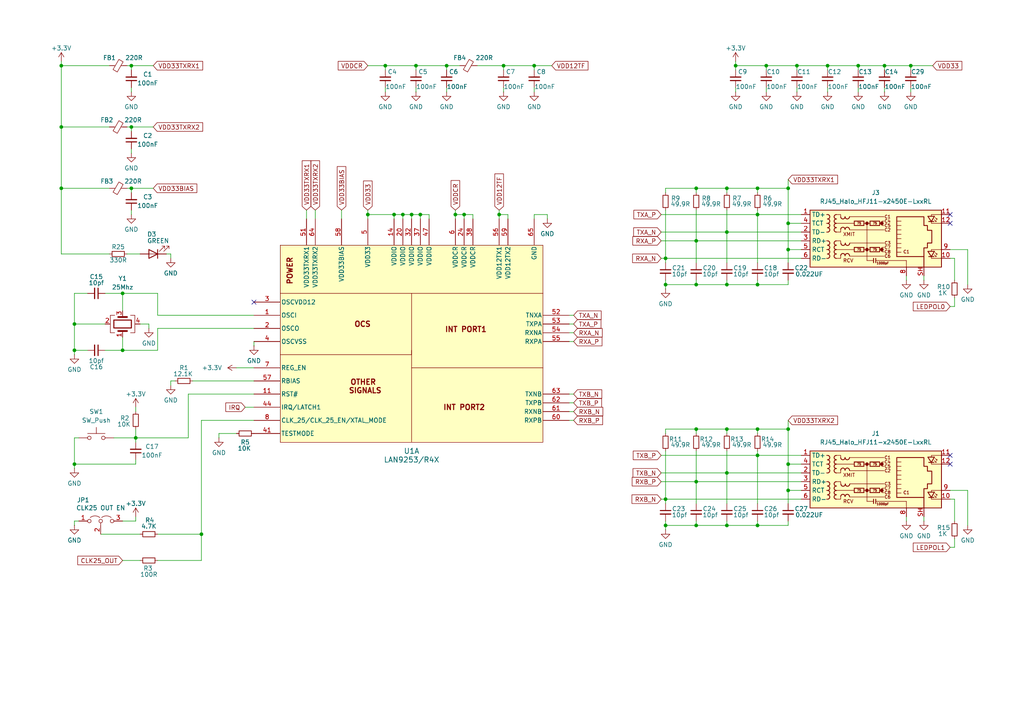
<source format=kicad_sch>
(kicad_sch
	(version 20231120)
	(generator "eeschema")
	(generator_version "8.0")
	(uuid "c9787b77-e9d1-4903-983c-5ffaba1123e6")
	(paper "A4")
	
	(junction
		(at 120.65 19.05)
		(diameter 0)
		(color 0 0 0 0)
		(uuid "01a84431-6596-419b-b9f7-b5bd2cd23051")
	)
	(junction
		(at 228.6 54.61)
		(diameter 0)
		(color 0 0 0 0)
		(uuid "02a4761b-87a4-4ebd-8cd5-d35948685ec0")
	)
	(junction
		(at 219.71 132.08)
		(diameter 0)
		(color 0 0 0 0)
		(uuid "07cfc194-c11c-4d64-ac85-f58743028343")
	)
	(junction
		(at 248.92 19.05)
		(diameter 0)
		(color 0 0 0 0)
		(uuid "086cfea5-aa14-4522-b362-96a62ea87438")
	)
	(junction
		(at 129.54 19.05)
		(diameter 0)
		(color 0 0 0 0)
		(uuid "19b5e5d7-24f9-46df-b6db-5c5b11e8f84a")
	)
	(junction
		(at 210.82 124.46)
		(diameter 0)
		(color 0 0 0 0)
		(uuid "24ac710f-74e5-4517-817d-c01373071c59")
	)
	(junction
		(at 193.04 152.4)
		(diameter 0)
		(color 0 0 0 0)
		(uuid "2aa0a1dc-e99c-43c7-aa96-88ac306c95d2")
	)
	(junction
		(at 21.59 134.62)
		(diameter 0)
		(color 0 0 0 0)
		(uuid "30db7afd-c036-45cd-bab9-5092458eae42")
	)
	(junction
		(at 193.04 144.78)
		(diameter 0)
		(color 0 0 0 0)
		(uuid "3549327c-8c5a-44aa-86cf-660490c379bd")
	)
	(junction
		(at 219.71 82.55)
		(diameter 0)
		(color 0 0 0 0)
		(uuid "39833a1a-b72b-487e-8a2d-18c9d519d20c")
	)
	(junction
		(at 201.93 69.85)
		(diameter 0)
		(color 0 0 0 0)
		(uuid "3a186213-0261-4fe0-a030-17ea03ae3e59")
	)
	(junction
		(at 213.36 19.05)
		(diameter 0)
		(color 0 0 0 0)
		(uuid "3ae1f084-7958-4c1c-8f89-2c3a3f63bed1")
	)
	(junction
		(at 219.71 62.23)
		(diameter 0)
		(color 0 0 0 0)
		(uuid "3b6bca31-9798-4f29-91a4-b30b6fcb7766")
	)
	(junction
		(at 35.56 85.09)
		(diameter 0)
		(color 0 0 0 0)
		(uuid "3f4a0264-8e7c-4767-bac8-20a2a4d7a8d1")
	)
	(junction
		(at 228.6 72.39)
		(diameter 0)
		(color 0 0 0 0)
		(uuid "47d374fc-86e1-4f2e-8d4e-869222b02cb8")
	)
	(junction
		(at 144.78 62.23)
		(diameter 0)
		(color 0 0 0 0)
		(uuid "4884e044-0831-4d8b-b997-0b020c7f57fb")
	)
	(junction
		(at 210.82 152.4)
		(diameter 0)
		(color 0 0 0 0)
		(uuid "4920a122-8797-453b-b7b5-62e156adbcc6")
	)
	(junction
		(at 219.71 54.61)
		(diameter 0)
		(color 0 0 0 0)
		(uuid "4afa5cd5-bedc-46af-852f-b0aea78cd657")
	)
	(junction
		(at 264.16 19.05)
		(diameter 0)
		(color 0 0 0 0)
		(uuid "55f1af4f-b945-4ba0-b08a-845af5246988")
	)
	(junction
		(at 17.78 19.05)
		(diameter 0)
		(color 0 0 0 0)
		(uuid "56fc0825-45fe-424f-886d-283518d97d60")
	)
	(junction
		(at 38.1 36.83)
		(diameter 0)
		(color 0 0 0 0)
		(uuid "58e7dde2-f922-44c6-8454-9ed813a43c7b")
	)
	(junction
		(at 154.94 19.05)
		(diameter 0)
		(color 0 0 0 0)
		(uuid "662b17af-8d6f-4808-bef6-8a096b7929f7")
	)
	(junction
		(at 58.42 154.94)
		(diameter 0)
		(color 0 0 0 0)
		(uuid "77815f96-d0dd-4c1e-9a95-fcbb65be2b6a")
	)
	(junction
		(at 38.1 54.61)
		(diameter 0)
		(color 0 0 0 0)
		(uuid "799a9101-c6bf-4f96-8880-0415612cc3ba")
	)
	(junction
		(at 114.3 62.23)
		(diameter 0)
		(color 0 0 0 0)
		(uuid "79ec0c1b-fd9b-4faa-a3e0-6258057c58ac")
	)
	(junction
		(at 106.68 62.23)
		(diameter 0)
		(color 0 0 0 0)
		(uuid "7d37d6d9-a139-4238-9de1-77096accfc0c")
	)
	(junction
		(at 228.6 134.62)
		(diameter 0)
		(color 0 0 0 0)
		(uuid "8e39db6d-8d73-4845-b414-e4989664e162")
	)
	(junction
		(at 210.82 137.16)
		(diameter 0)
		(color 0 0 0 0)
		(uuid "93e7b98b-9f19-432a-bc5a-d805167abef7")
	)
	(junction
		(at 38.1 19.05)
		(diameter 0)
		(color 0 0 0 0)
		(uuid "955e4e02-87ff-4906-aac6-86e62368e383")
	)
	(junction
		(at 256.54 19.05)
		(diameter 0)
		(color 0 0 0 0)
		(uuid "98f42716-2b16-4a9e-aafc-c3902cad60b8")
	)
	(junction
		(at 222.25 19.05)
		(diameter 0)
		(color 0 0 0 0)
		(uuid "9a849853-d77b-444f-84fb-39867fa92833")
	)
	(junction
		(at 201.93 124.46)
		(diameter 0)
		(color 0 0 0 0)
		(uuid "a3e94efe-5871-4750-9375-334b62b7d30b")
	)
	(junction
		(at 21.59 93.98)
		(diameter 0)
		(color 0 0 0 0)
		(uuid "a6866d2a-fa03-464c-b5bb-6c02a8752b6e")
	)
	(junction
		(at 219.71 152.4)
		(diameter 0)
		(color 0 0 0 0)
		(uuid "afffbb12-17c6-4a03-a2e9-d7112f2f689b")
	)
	(junction
		(at 146.05 19.05)
		(diameter 0)
		(color 0 0 0 0)
		(uuid "b3c9ce49-0ac4-4251-a8a7-f7e509f1dec2")
	)
	(junction
		(at 210.82 67.31)
		(diameter 0)
		(color 0 0 0 0)
		(uuid "b56a5b13-97b2-4792-bcf5-a8048e42c00f")
	)
	(junction
		(at 193.04 74.93)
		(diameter 0)
		(color 0 0 0 0)
		(uuid "b6011ff4-643c-46a5-91cf-b3a04e2bf1e0")
	)
	(junction
		(at 132.08 62.23)
		(diameter 0)
		(color 0 0 0 0)
		(uuid "b712e61d-89e3-4c2a-83b4-bfaf5872556c")
	)
	(junction
		(at 231.14 19.05)
		(diameter 0)
		(color 0 0 0 0)
		(uuid "b79f1a75-42b4-4535-a071-0f93fcc6c2c3")
	)
	(junction
		(at 201.93 152.4)
		(diameter 0)
		(color 0 0 0 0)
		(uuid "b7ff8a33-3b40-4303-b327-a41aab5422e8")
	)
	(junction
		(at 121.92 62.23)
		(diameter 0)
		(color 0 0 0 0)
		(uuid "bab45977-ed72-4c0e-89da-38a99c73095d")
	)
	(junction
		(at 228.6 64.77)
		(diameter 0)
		(color 0 0 0 0)
		(uuid "c44d2a48-6f0b-466b-a61b-de523f4fd9c2")
	)
	(junction
		(at 240.03 19.05)
		(diameter 0)
		(color 0 0 0 0)
		(uuid "c88f592d-5114-409f-8f22-132d5bf849e1")
	)
	(junction
		(at 201.93 139.7)
		(diameter 0)
		(color 0 0 0 0)
		(uuid "cd3bad25-7cd3-4d78-8bb7-6767d3fd7d53")
	)
	(junction
		(at 17.78 36.83)
		(diameter 0)
		(color 0 0 0 0)
		(uuid "ce56fcaf-f9da-4913-abbd-c1b56e979b03")
	)
	(junction
		(at 201.93 82.55)
		(diameter 0)
		(color 0 0 0 0)
		(uuid "cf10ee14-9372-471c-b470-f7e023ddf2b5")
	)
	(junction
		(at 21.59 101.6)
		(diameter 0)
		(color 0 0 0 0)
		(uuid "d00f52d1-cba0-4e2a-a621-d234bff74a98")
	)
	(junction
		(at 39.37 127)
		(diameter 0)
		(color 0 0 0 0)
		(uuid "d76ffd49-18ff-41c7-92f7-7c142ae793a4")
	)
	(junction
		(at 35.56 101.6)
		(diameter 0)
		(color 0 0 0 0)
		(uuid "d782d1d1-e33d-4ec6-b1d2-063f1a919c36")
	)
	(junction
		(at 116.84 62.23)
		(diameter 0)
		(color 0 0 0 0)
		(uuid "d7a28682-3bae-4cdd-a8ab-326487b248af")
	)
	(junction
		(at 210.82 82.55)
		(diameter 0)
		(color 0 0 0 0)
		(uuid "e13b1b6f-845b-4321-9575-ff0cadd2f9d7")
	)
	(junction
		(at 201.93 54.61)
		(diameter 0)
		(color 0 0 0 0)
		(uuid "e24e417e-03fe-4dad-bc9f-9841b5300efe")
	)
	(junction
		(at 17.78 54.61)
		(diameter 0)
		(color 0 0 0 0)
		(uuid "e68890e6-325e-466c-8f10-7cdd70a0d2ca")
	)
	(junction
		(at 228.6 142.24)
		(diameter 0)
		(color 0 0 0 0)
		(uuid "e8c2b71d-d437-4d6f-83bc-6d204cc8be03")
	)
	(junction
		(at 111.76 19.05)
		(diameter 0)
		(color 0 0 0 0)
		(uuid "eb125cbb-0624-41c0-b782-1db20ac10a28")
	)
	(junction
		(at 210.82 54.61)
		(diameter 0)
		(color 0 0 0 0)
		(uuid "f1a7d865-ca15-4351-bf41-20eef3ded193")
	)
	(junction
		(at 119.38 62.23)
		(diameter 0)
		(color 0 0 0 0)
		(uuid "f57dc155-447b-431a-ae81-efbe7c92850f")
	)
	(junction
		(at 219.71 124.46)
		(diameter 0)
		(color 0 0 0 0)
		(uuid "f6944a8d-fee4-405f-9a23-634457f02d8f")
	)
	(junction
		(at 228.6 124.46)
		(diameter 0)
		(color 0 0 0 0)
		(uuid "fa5f25ce-d6e1-4567-9f72-485fff3da6a1")
	)
	(junction
		(at 134.62 62.23)
		(diameter 0)
		(color 0 0 0 0)
		(uuid "facc9dcc-7372-4a12-ac66-71c353d53933")
	)
	(junction
		(at 193.04 82.55)
		(diameter 0)
		(color 0 0 0 0)
		(uuid "fafcfd2a-b54d-474f-b16e-a8e51306dea4")
	)
	(no_connect
		(at 73.66 87.63)
		(uuid "160a55d0-dfa1-4a9a-beae-7db6d199f456")
	)
	(no_connect
		(at 275.59 134.62)
		(uuid "2689c614-72de-4284-a051-d1d42d417af9")
	)
	(no_connect
		(at 275.59 132.08)
		(uuid "40da4d00-74e1-490e-96ac-7fe1a1c92195")
	)
	(no_connect
		(at 275.59 64.77)
		(uuid "511d314b-20f0-4f42-897c-e77c674d72c1")
	)
	(no_connect
		(at 275.59 62.23)
		(uuid "ca6cd20f-65f8-48d1-a7d3-3f0eb60f7d55")
	)
	(wire
		(pts
			(xy 48.26 73.66) (xy 49.53 73.66)
		)
		(stroke
			(width 0)
			(type default)
		)
		(uuid "00a4aa5c-75ec-4d6f-9e59-2a3bf61813db")
	)
	(wire
		(pts
			(xy 228.6 142.24) (xy 228.6 146.05)
		)
		(stroke
			(width 0)
			(type default)
		)
		(uuid "00d122bc-2a41-4966-80f8-959bb421532a")
	)
	(wire
		(pts
			(xy 201.93 152.4) (xy 210.82 152.4)
		)
		(stroke
			(width 0)
			(type default)
		)
		(uuid "049e4911-06b8-4292-8e5c-92122e94fcbf")
	)
	(wire
		(pts
			(xy 193.04 54.61) (xy 201.93 54.61)
		)
		(stroke
			(width 0)
			(type default)
		)
		(uuid "05635274-ce96-4df2-9ff5-317be587a6b8")
	)
	(wire
		(pts
			(xy 114.3 63.5) (xy 114.3 62.23)
		)
		(stroke
			(width 0)
			(type default)
		)
		(uuid "05e73e51-7d41-4a24-aa4c-c0e7d8f88cb0")
	)
	(wire
		(pts
			(xy 193.04 144.78) (xy 193.04 146.05)
		)
		(stroke
			(width 0)
			(type default)
		)
		(uuid "08bcbf10-8ddc-4b94-95e0-314d8a06f1a8")
	)
	(wire
		(pts
			(xy 106.68 60.96) (xy 106.68 62.23)
		)
		(stroke
			(width 0)
			(type default)
		)
		(uuid "09cf677b-3a19-401c-85be-cba69c4e2c32")
	)
	(wire
		(pts
			(xy 68.58 106.68) (xy 73.66 106.68)
		)
		(stroke
			(width 0)
			(type default)
		)
		(uuid "0d3d1605-f2db-45d1-8e52-54105938b2bf")
	)
	(wire
		(pts
			(xy 191.77 132.08) (xy 219.71 132.08)
		)
		(stroke
			(width 0)
			(type default)
		)
		(uuid "0d7ca459-5df6-4914-ad35-5f3aa5a01929")
	)
	(wire
		(pts
			(xy 219.71 62.23) (xy 232.41 62.23)
		)
		(stroke
			(width 0)
			(type default)
		)
		(uuid "0dbdda03-9439-4d9e-89a7-4397018aa4c5")
	)
	(wire
		(pts
			(xy 275.59 142.24) (xy 280.67 142.24)
		)
		(stroke
			(width 0)
			(type default)
		)
		(uuid "0ec40477-8527-4e8e-a6b6-c24eb0ea9352")
	)
	(wire
		(pts
			(xy 228.6 121.92) (xy 228.6 124.46)
		)
		(stroke
			(width 0)
			(type default)
		)
		(uuid "0fea990f-c276-4207-9e7a-513015835ed3")
	)
	(wire
		(pts
			(xy 120.65 19.05) (xy 120.65 20.32)
		)
		(stroke
			(width 0)
			(type default)
		)
		(uuid "10d1d1d6-a32b-4c02-b9d8-590f3bf635e8")
	)
	(wire
		(pts
			(xy 193.04 82.55) (xy 193.04 83.82)
		)
		(stroke
			(width 0)
			(type default)
		)
		(uuid "10f3c738-c9c4-4d61-b75f-2dce8806e5c5")
	)
	(wire
		(pts
			(xy 147.32 63.5) (xy 147.32 62.23)
		)
		(stroke
			(width 0)
			(type default)
		)
		(uuid "11253bce-b0fc-4f91-8de4-22e9b37a1e39")
	)
	(wire
		(pts
			(xy 120.65 19.05) (xy 129.54 19.05)
		)
		(stroke
			(width 0)
			(type default)
		)
		(uuid "11b675c6-9e36-4c36-a894-ff5c4861728a")
	)
	(wire
		(pts
			(xy 228.6 142.24) (xy 228.6 134.62)
		)
		(stroke
			(width 0)
			(type default)
		)
		(uuid "121ba910-b9fd-4a30-8846-c84ff895dae4")
	)
	(wire
		(pts
			(xy 219.71 125.73) (xy 219.71 124.46)
		)
		(stroke
			(width 0)
			(type default)
		)
		(uuid "129f3e7e-6e83-4249-bb05-186de36a51dd")
	)
	(wire
		(pts
			(xy 193.04 124.46) (xy 201.93 124.46)
		)
		(stroke
			(width 0)
			(type default)
		)
		(uuid "12b91102-b51a-4512-ba8c-1a8ddf08d8bd")
	)
	(wire
		(pts
			(xy 270.51 19.05) (xy 264.16 19.05)
		)
		(stroke
			(width 0)
			(type default)
		)
		(uuid "1562de10-ff0e-496a-8332-b7e11908f168")
	)
	(wire
		(pts
			(xy 29.21 154.94) (xy 40.64 154.94)
		)
		(stroke
			(width 0)
			(type default)
		)
		(uuid "16101ab4-1917-46bf-ae6c-1e09127f6581")
	)
	(wire
		(pts
			(xy 22.86 127) (xy 21.59 127)
		)
		(stroke
			(width 0)
			(type default)
		)
		(uuid "16a98137-278e-4b5e-85c1-fa9d44f194f1")
	)
	(wire
		(pts
			(xy 106.68 62.23) (xy 106.68 63.5)
		)
		(stroke
			(width 0)
			(type default)
		)
		(uuid "17534fc8-ef07-4a98-8f41-e78e056e0bdd")
	)
	(wire
		(pts
			(xy 146.05 19.05) (xy 146.05 20.32)
		)
		(stroke
			(width 0)
			(type default)
		)
		(uuid "1a2a1fd1-d56e-47a8-86a2-8c4623b03077")
	)
	(wire
		(pts
			(xy 219.71 55.88) (xy 219.71 54.61)
		)
		(stroke
			(width 0)
			(type default)
		)
		(uuid "1a342ac9-347c-4f4b-a7e5-7418dc0ce820")
	)
	(wire
		(pts
			(xy 158.75 62.23) (xy 158.75 63.5)
		)
		(stroke
			(width 0)
			(type default)
		)
		(uuid "1a44bdd2-aa01-40a3-823a-933083e432ae")
	)
	(wire
		(pts
			(xy 264.16 25.4) (xy 264.16 26.67)
		)
		(stroke
			(width 0)
			(type default)
		)
		(uuid "1b4dc23a-dbb3-4cbc-bcd5-1613a770a36e")
	)
	(wire
		(pts
			(xy 119.38 62.23) (xy 116.84 62.23)
		)
		(stroke
			(width 0)
			(type default)
		)
		(uuid "1be602f2-51b7-4cbd-826b-c6705e1f166e")
	)
	(wire
		(pts
			(xy 232.41 142.24) (xy 228.6 142.24)
		)
		(stroke
			(width 0)
			(type default)
		)
		(uuid "1e3ec2f2-1300-48be-baad-75363ebb8d1d")
	)
	(wire
		(pts
			(xy 121.92 63.5) (xy 121.92 62.23)
		)
		(stroke
			(width 0)
			(type default)
		)
		(uuid "1fcffd70-a495-4cf7-9fe9-4a447d98723f")
	)
	(wire
		(pts
			(xy 228.6 52.07) (xy 228.6 54.61)
		)
		(stroke
			(width 0)
			(type default)
		)
		(uuid "212f6b1b-3f8b-4391-87fb-464ff62ebc3e")
	)
	(wire
		(pts
			(xy 240.03 19.05) (xy 240.03 20.32)
		)
		(stroke
			(width 0)
			(type default)
		)
		(uuid "21581160-9ecf-4baa-85bd-35e4120d978a")
	)
	(wire
		(pts
			(xy 63.5 125.73) (xy 68.58 125.73)
		)
		(stroke
			(width 0)
			(type default)
		)
		(uuid "222fd5b2-0f49-4b77-ab31-0b89625b5277")
	)
	(wire
		(pts
			(xy 154.94 20.32) (xy 154.94 19.05)
		)
		(stroke
			(width 0)
			(type default)
		)
		(uuid "23173217-5053-4e48-8ac0-206d76fa64b0")
	)
	(wire
		(pts
			(xy 193.04 60.96) (xy 193.04 74.93)
		)
		(stroke
			(width 0)
			(type default)
		)
		(uuid "23c13d0b-ff33-4051-bf96-02691f33179a")
	)
	(wire
		(pts
			(xy 248.92 19.05) (xy 240.03 19.05)
		)
		(stroke
			(width 0)
			(type default)
		)
		(uuid "24f686cc-d113-4748-9cde-c0b0828fa2d1")
	)
	(wire
		(pts
			(xy 21.59 93.98) (xy 21.59 101.6)
		)
		(stroke
			(width 0)
			(type default)
		)
		(uuid "25372f70-a996-4119-a00e-009cce0b53ae")
	)
	(wire
		(pts
			(xy 35.56 85.09) (xy 45.72 85.09)
		)
		(stroke
			(width 0)
			(type default)
		)
		(uuid "26046206-397e-4f84-a231-cc7d46512127")
	)
	(wire
		(pts
			(xy 264.16 19.05) (xy 256.54 19.05)
		)
		(stroke
			(width 0)
			(type default)
		)
		(uuid "28ae1795-8b48-4bc8-9b6c-5aaa4d688d05")
	)
	(wire
		(pts
			(xy 264.16 19.05) (xy 264.16 20.32)
		)
		(stroke
			(width 0)
			(type default)
		)
		(uuid "29b9dcfa-5d35-4ad5-9984-dd8311d157ce")
	)
	(wire
		(pts
			(xy 17.78 19.05) (xy 31.75 19.05)
		)
		(stroke
			(width 0)
			(type default)
		)
		(uuid "2b04bece-4c4b-4060-b9c5-b2d0f8cfc22c")
	)
	(wire
		(pts
			(xy 36.83 73.66) (xy 40.64 73.66)
		)
		(stroke
			(width 0)
			(type default)
		)
		(uuid "2b90bd2c-f296-4857-b60c-6b6efb1aee49")
	)
	(wire
		(pts
			(xy 111.76 19.05) (xy 111.76 20.32)
		)
		(stroke
			(width 0)
			(type default)
		)
		(uuid "2b9bdda3-a3f1-4bb3-b69c-04ab013f7f6c")
	)
	(wire
		(pts
			(xy 45.72 91.44) (xy 45.72 85.09)
		)
		(stroke
			(width 0)
			(type default)
		)
		(uuid "2bec42c4-19f7-4107-8536-0bdb5f47eb08")
	)
	(wire
		(pts
			(xy 166.37 93.98) (xy 165.1 93.98)
		)
		(stroke
			(width 0)
			(type default)
		)
		(uuid "2c192cb4-bae0-4de4-9f66-9ba5c9dd9078")
	)
	(wire
		(pts
			(xy 219.71 81.28) (xy 219.71 82.55)
		)
		(stroke
			(width 0)
			(type default)
		)
		(uuid "2cfd0672-e470-4b9d-b40e-7979ee292323")
	)
	(wire
		(pts
			(xy 256.54 25.4) (xy 256.54 26.67)
		)
		(stroke
			(width 0)
			(type default)
		)
		(uuid "32ad5343-999d-4dc9-9a2d-c6397ce812b8")
	)
	(wire
		(pts
			(xy 138.43 19.05) (xy 146.05 19.05)
		)
		(stroke
			(width 0)
			(type default)
		)
		(uuid "335c51af-097f-4e0d-8d57-908cd8fa5a51")
	)
	(wire
		(pts
			(xy 38.1 19.05) (xy 38.1 20.32)
		)
		(stroke
			(width 0)
			(type default)
		)
		(uuid "3461d97a-5c0c-46a1-ae4f-d1a4cf40d2a4")
	)
	(wire
		(pts
			(xy 21.59 135.89) (xy 21.59 134.62)
		)
		(stroke
			(width 0)
			(type default)
		)
		(uuid "364b8bde-c834-4c79-bdbb-4b2b674124f9")
	)
	(wire
		(pts
			(xy 88.9 60.96) (xy 88.9 63.5)
		)
		(stroke
			(width 0)
			(type default)
		)
		(uuid "37fe7454-0499-4f31-9af8-1bdafca9ded4")
	)
	(wire
		(pts
			(xy 45.72 91.44) (xy 73.66 91.44)
		)
		(stroke
			(width 0)
			(type default)
		)
		(uuid "392ceb86-df7d-4f0e-9f42-5135183ae90c")
	)
	(wire
		(pts
			(xy 193.04 82.55) (xy 201.93 82.55)
		)
		(stroke
			(width 0)
			(type default)
		)
		(uuid "39d98bbe-fdf3-40e4-abea-11748fab7f9a")
	)
	(wire
		(pts
			(xy 276.86 144.78) (xy 276.86 151.13)
		)
		(stroke
			(width 0)
			(type default)
		)
		(uuid "3cca41e2-c3b8-42a5-a55c-0ca87441391a")
	)
	(wire
		(pts
			(xy 50.8 110.49) (xy 49.53 110.49)
		)
		(stroke
			(width 0)
			(type default)
		)
		(uuid "3fa5b060-0d87-42d5-8752-b9776b708f8e")
	)
	(wire
		(pts
			(xy 166.37 99.06) (xy 165.1 99.06)
		)
		(stroke
			(width 0)
			(type default)
		)
		(uuid "400868be-26e3-4834-aeb4-2e49c4856794")
	)
	(wire
		(pts
			(xy 134.62 62.23) (xy 132.08 62.23)
		)
		(stroke
			(width 0)
			(type default)
		)
		(uuid "40451193-ee40-40a2-bd85-0f3fc3e0f128")
	)
	(wire
		(pts
			(xy 191.77 62.23) (xy 219.71 62.23)
		)
		(stroke
			(width 0)
			(type default)
		)
		(uuid "41d125f4-e56a-4836-adec-4967a20e6e98")
	)
	(wire
		(pts
			(xy 201.93 55.88) (xy 201.93 54.61)
		)
		(stroke
			(width 0)
			(type default)
		)
		(uuid "422ef147-29b8-4818-b9e7-71c9235fdcbb")
	)
	(wire
		(pts
			(xy 219.71 151.13) (xy 219.71 152.4)
		)
		(stroke
			(width 0)
			(type default)
		)
		(uuid "4330706b-3cc8-472a-b477-1ffffb718c21")
	)
	(wire
		(pts
			(xy 240.03 25.4) (xy 240.03 26.67)
		)
		(stroke
			(width 0)
			(type default)
		)
		(uuid "45d5256f-856a-4c75-a713-09e0f4fe182f")
	)
	(wire
		(pts
			(xy 106.68 19.05) (xy 111.76 19.05)
		)
		(stroke
			(width 0)
			(type default)
		)
		(uuid "4958fe9b-686f-4dd5-8a06-f9dde51b4a87")
	)
	(wire
		(pts
			(xy 146.05 25.4) (xy 146.05 26.67)
		)
		(stroke
			(width 0)
			(type default)
		)
		(uuid "49615a60-91cc-42b5-b1ed-fafa3349e443")
	)
	(wire
		(pts
			(xy 210.82 124.46) (xy 201.93 124.46)
		)
		(stroke
			(width 0)
			(type default)
		)
		(uuid "49c8e270-ef5a-47c6-bf2d-dba51a95703e")
	)
	(wire
		(pts
			(xy 219.71 82.55) (xy 210.82 82.55)
		)
		(stroke
			(width 0)
			(type default)
		)
		(uuid "4d056c5b-4578-42ec-aa0a-0757ad24d8c0")
	)
	(wire
		(pts
			(xy 120.65 25.4) (xy 120.65 26.67)
		)
		(stroke
			(width 0)
			(type default)
		)
		(uuid "4d24ed04-52a3-47fa-9f24-0af20d659c23")
	)
	(wire
		(pts
			(xy 213.36 25.4) (xy 213.36 26.67)
		)
		(stroke
			(width 0)
			(type default)
		)
		(uuid "4d34b847-b3df-4ac2-a8d4-3e248f87abfb")
	)
	(wire
		(pts
			(xy 38.1 19.05) (xy 44.45 19.05)
		)
		(stroke
			(width 0)
			(type default)
		)
		(uuid "4d4c9809-0599-46cc-b125-b17854457071")
	)
	(wire
		(pts
			(xy 193.04 130.81) (xy 193.04 144.78)
		)
		(stroke
			(width 0)
			(type default)
		)
		(uuid "519ff0c4-d91f-486e-b7ac-6d9c57a42496")
	)
	(wire
		(pts
			(xy 276.86 74.93) (xy 276.86 81.28)
		)
		(stroke
			(width 0)
			(type default)
		)
		(uuid "51f29333-c9cc-43c6-9765-b984123253aa")
	)
	(wire
		(pts
			(xy 213.36 17.78) (xy 213.36 19.05)
		)
		(stroke
			(width 0)
			(type default)
		)
		(uuid "52576120-0295-4c66-8ec0-6b8a5a00ef72")
	)
	(wire
		(pts
			(xy 38.1 60.96) (xy 38.1 62.23)
		)
		(stroke
			(width 0)
			(type default)
		)
		(uuid "527f9186-ae79-4517-9026-2d9eb8cbf48b")
	)
	(wire
		(pts
			(xy 232.41 72.39) (xy 228.6 72.39)
		)
		(stroke
			(width 0)
			(type default)
		)
		(uuid "52bd050c-ba06-4dc9-be7a-f0adba096ae9")
	)
	(wire
		(pts
			(xy 154.94 62.23) (xy 158.75 62.23)
		)
		(stroke
			(width 0)
			(type default)
		)
		(uuid "5674b2ce-8824-458f-b777-493863b89bdb")
	)
	(wire
		(pts
			(xy 166.37 114.3) (xy 165.1 114.3)
		)
		(stroke
			(width 0)
			(type default)
		)
		(uuid "57ac29b2-7753-46f6-b848-392fc6b76110")
	)
	(wire
		(pts
			(xy 38.1 54.61) (xy 38.1 55.88)
		)
		(stroke
			(width 0)
			(type default)
		)
		(uuid "589920db-b819-47d5-bab5-79ac620f8d2f")
	)
	(wire
		(pts
			(xy 275.59 72.39) (xy 280.67 72.39)
		)
		(stroke
			(width 0)
			(type default)
		)
		(uuid "59301c08-5b2e-4531-ae50-ac24aad4fd40")
	)
	(wire
		(pts
			(xy 121.92 62.23) (xy 124.46 62.23)
		)
		(stroke
			(width 0)
			(type default)
		)
		(uuid "5941556e-8dbc-4606-b99f-ad6378ce25c1")
	)
	(wire
		(pts
			(xy 201.93 81.28) (xy 201.93 82.55)
		)
		(stroke
			(width 0)
			(type default)
		)
		(uuid "5b2cedfb-f989-4956-ae4e-1793c96deea6")
	)
	(wire
		(pts
			(xy 228.6 64.77) (xy 228.6 54.61)
		)
		(stroke
			(width 0)
			(type default)
		)
		(uuid "5b5685ee-13b7-48fa-8e7f-4e997a892555")
	)
	(wire
		(pts
			(xy 21.59 151.13) (xy 22.86 151.13)
		)
		(stroke
			(width 0)
			(type default)
		)
		(uuid "5bfcfa1d-78a8-4aec-bc30-1e5e09d9e0d6")
	)
	(wire
		(pts
			(xy 31.75 36.83) (xy 17.78 36.83)
		)
		(stroke
			(width 0)
			(type default)
		)
		(uuid "5f2e95a9-4510-4708-b459-ecf1122f84e0")
	)
	(wire
		(pts
			(xy 231.14 19.05) (xy 222.25 19.05)
		)
		(stroke
			(width 0)
			(type default)
		)
		(uuid "5fee18ee-f4d9-4801-bfd2-88255bc174c0")
	)
	(wire
		(pts
			(xy 134.62 63.5) (xy 134.62 62.23)
		)
		(stroke
			(width 0)
			(type default)
		)
		(uuid "61d9f0bf-97b1-4e84-8325-6c372cea1627")
	)
	(wire
		(pts
			(xy 30.48 101.6) (xy 35.56 101.6)
		)
		(stroke
			(width 0)
			(type default)
		)
		(uuid "6376a973-f337-45eb-b824-e6360b1d8355")
	)
	(wire
		(pts
			(xy 154.94 19.05) (xy 160.02 19.05)
		)
		(stroke
			(width 0)
			(type default)
		)
		(uuid "657bff74-5339-450b-a2ca-6a5150e2bce3")
	)
	(wire
		(pts
			(xy 193.04 151.13) (xy 193.04 152.4)
		)
		(stroke
			(width 0)
			(type default)
		)
		(uuid "6591e1b6-191b-425f-b2d2-d3be510889a2")
	)
	(wire
		(pts
			(xy 21.59 152.4) (xy 21.59 151.13)
		)
		(stroke
			(width 0)
			(type default)
		)
		(uuid "66c2d9be-381c-49c8-b860-1f4f133795e8")
	)
	(wire
		(pts
			(xy 191.77 139.7) (xy 201.93 139.7)
		)
		(stroke
			(width 0)
			(type default)
		)
		(uuid "671d286a-f8fa-4724-894c-0b30e61a53e7")
	)
	(wire
		(pts
			(xy 39.37 133.35) (xy 39.37 134.62)
		)
		(stroke
			(width 0)
			(type default)
		)
		(uuid "68541fcc-05fa-4edd-9bc5-ec3d503147fb")
	)
	(wire
		(pts
			(xy 166.37 96.52) (xy 165.1 96.52)
		)
		(stroke
			(width 0)
			(type default)
		)
		(uuid "685d0122-1f8e-452e-9b32-607e8867f81c")
	)
	(wire
		(pts
			(xy 144.78 62.23) (xy 144.78 63.5)
		)
		(stroke
			(width 0)
			(type default)
		)
		(uuid "68ea71e6-b776-4a3c-aa22-3b2821d2e94c")
	)
	(wire
		(pts
			(xy 201.93 54.61) (xy 210.82 54.61)
		)
		(stroke
			(width 0)
			(type default)
		)
		(uuid "694d565c-1f9a-4460-9afa-51362527029c")
	)
	(wire
		(pts
			(xy 267.97 80.01) (xy 267.97 81.28)
		)
		(stroke
			(width 0)
			(type default)
		)
		(uuid "69789a69-2abf-497c-8a7a-1c61073a2d1c")
	)
	(wire
		(pts
			(xy 219.71 60.96) (xy 219.71 62.23)
		)
		(stroke
			(width 0)
			(type default)
		)
		(uuid "6a4ad8c8-cfc6-4220-a599-a4674991a029")
	)
	(wire
		(pts
			(xy 193.04 74.93) (xy 193.04 76.2)
		)
		(stroke
			(width 0)
			(type default)
		)
		(uuid "6a5f78a6-28c2-462b-91e4-825dcdd4916e")
	)
	(wire
		(pts
			(xy 248.92 19.05) (xy 248.92 20.32)
		)
		(stroke
			(width 0)
			(type default)
		)
		(uuid "6aac07ff-d564-4c59-96a8-922ebd529347")
	)
	(wire
		(pts
			(xy 116.84 62.23) (xy 114.3 62.23)
		)
		(stroke
			(width 0)
			(type default)
		)
		(uuid "6d7e1e85-55ef-487f-8acf-c99aa53b3c9c")
	)
	(wire
		(pts
			(xy 240.03 19.05) (xy 231.14 19.05)
		)
		(stroke
			(width 0)
			(type default)
		)
		(uuid "6dc4de9d-8445-403d-bf2e-14f177e2a056")
	)
	(wire
		(pts
			(xy 49.53 110.49) (xy 49.53 111.76)
		)
		(stroke
			(width 0)
			(type default)
		)
		(uuid "6e11672e-15a5-43d5-8bfe-be280ee1f448")
	)
	(wire
		(pts
			(xy 219.71 62.23) (xy 219.71 76.2)
		)
		(stroke
			(width 0)
			(type default)
		)
		(uuid "6e58af3d-c888-4089-9aac-469c63234d87")
	)
	(wire
		(pts
			(xy 17.78 54.61) (xy 17.78 36.83)
		)
		(stroke
			(width 0)
			(type default)
		)
		(uuid "70639b04-c276-42a9-9657-63a2a01479d9")
	)
	(wire
		(pts
			(xy 21.59 127) (xy 21.59 134.62)
		)
		(stroke
			(width 0)
			(type default)
		)
		(uuid "70ef6b8d-f60d-4e8a-aed1-ef09ce983469")
	)
	(wire
		(pts
			(xy 124.46 63.5) (xy 124.46 62.23)
		)
		(stroke
			(width 0)
			(type default)
		)
		(uuid "724369ba-0ab5-4280-b986-74631cdd0265")
	)
	(wire
		(pts
			(xy 54.61 114.3) (xy 54.61 127)
		)
		(stroke
			(width 0)
			(type default)
		)
		(uuid "73079a76-217a-463f-83f4-63f678b3e7c0")
	)
	(wire
		(pts
			(xy 36.83 19.05) (xy 38.1 19.05)
		)
		(stroke
			(width 0)
			(type default)
		)
		(uuid "73544b25-20b9-46ca-bb5e-46f4b4be1cc8")
	)
	(wire
		(pts
			(xy 49.53 73.66) (xy 49.53 74.93)
		)
		(stroke
			(width 0)
			(type default)
		)
		(uuid "744eca89-c7d6-4708-bbc3-8799c6cca0e2")
	)
	(wire
		(pts
			(xy 210.82 137.16) (xy 210.82 146.05)
		)
		(stroke
			(width 0)
			(type default)
		)
		(uuid "7679f526-d7e2-4171-9964-8f99f7fd8d38")
	)
	(wire
		(pts
			(xy 248.92 25.4) (xy 248.92 26.67)
		)
		(stroke
			(width 0)
			(type default)
		)
		(uuid "77de7357-f47f-48cf-8bcd-7f652e01a20a")
	)
	(wire
		(pts
			(xy 17.78 17.78) (xy 17.78 19.05)
		)
		(stroke
			(width 0)
			(type default)
		)
		(uuid "77f73a04-1afc-4504-84d9-5cff6d90648d")
	)
	(wire
		(pts
			(xy 210.82 137.16) (xy 232.41 137.16)
		)
		(stroke
			(width 0)
			(type default)
		)
		(uuid "78aded71-0c31-4367-9b07-7b5ae0566158")
	)
	(wire
		(pts
			(xy 276.86 156.21) (xy 276.86 158.75)
		)
		(stroke
			(width 0)
			(type default)
		)
		(uuid "7a58d0ee-009d-482e-af55-f4d674b39193")
	)
	(wire
		(pts
			(xy 280.67 142.24) (xy 280.67 152.4)
		)
		(stroke
			(width 0)
			(type default)
		)
		(uuid "7a811a67-ed3c-4979-ada7-67f50be85879")
	)
	(wire
		(pts
			(xy 232.41 134.62) (xy 228.6 134.62)
		)
		(stroke
			(width 0)
			(type default)
		)
		(uuid "7ac014b8-61c8-4c5d-96ab-b1970831d278")
	)
	(wire
		(pts
			(xy 275.59 144.78) (xy 276.86 144.78)
		)
		(stroke
			(width 0)
			(type default)
		)
		(uuid "7ad8bae0-6194-43fb-b113-4bcbdbbb3bd6")
	)
	(wire
		(pts
			(xy 201.93 139.7) (xy 201.93 146.05)
		)
		(stroke
			(width 0)
			(type default)
		)
		(uuid "7bdba7b6-ea3d-4fa8-b47e-134703ae0135")
	)
	(wire
		(pts
			(xy 280.67 72.39) (xy 280.67 82.55)
		)
		(stroke
			(width 0)
			(type default)
		)
		(uuid "7be1c03b-1971-4fec-81a7-c2acb206a49b")
	)
	(wire
		(pts
			(xy 193.04 74.93) (xy 232.41 74.93)
		)
		(stroke
			(width 0)
			(type default)
		)
		(uuid "7bec4e47-0780-46ed-a2d1-3de8650a3a32")
	)
	(wire
		(pts
			(xy 58.42 162.56) (xy 45.72 162.56)
		)
		(stroke
			(width 0)
			(type default)
		)
		(uuid "7e949ea2-879c-4899-b572-82c888e35853")
	)
	(wire
		(pts
			(xy 231.14 19.05) (xy 231.14 20.32)
		)
		(stroke
			(width 0)
			(type default)
		)
		(uuid "7f94d3b9-f957-4d8a-af6d-3aaf21dd1a3d")
	)
	(wire
		(pts
			(xy 38.1 25.4) (xy 38.1 26.67)
		)
		(stroke
			(width 0)
			(type default)
		)
		(uuid "7fd16cae-29a4-47d5-939e-c1f9181ef76f")
	)
	(wire
		(pts
			(xy 129.54 19.05) (xy 133.35 19.05)
		)
		(stroke
			(width 0)
			(type default)
		)
		(uuid "8252a64f-0992-46c5-889b-3d0b9fe711d7")
	)
	(wire
		(pts
			(xy 166.37 116.84) (xy 165.1 116.84)
		)
		(stroke
			(width 0)
			(type default)
		)
		(uuid "831a4ca9-0bf0-4352-b76c-cf1142cb442f")
	)
	(wire
		(pts
			(xy 35.56 162.56) (xy 40.64 162.56)
		)
		(stroke
			(width 0)
			(type default)
		)
		(uuid "847b4b6f-cdff-45fe-937b-89d86729a199")
	)
	(wire
		(pts
			(xy 193.04 152.4) (xy 193.04 153.67)
		)
		(stroke
			(width 0)
			(type default)
		)
		(uuid "8614d6f2-26ae-4396-97aa-d9d64ff06dba")
	)
	(wire
		(pts
			(xy 63.5 125.73) (xy 63.5 127)
		)
		(stroke
			(width 0)
			(type default)
		)
		(uuid "888aa5d6-36a3-4461-813f-f56a692bb26c")
	)
	(wire
		(pts
			(xy 73.66 99.06) (xy 73.66 100.33)
		)
		(stroke
			(width 0)
			(type default)
		)
		(uuid "8926211a-243f-48a7-8e08-19dc4e1c1f1b")
	)
	(wire
		(pts
			(xy 275.59 74.93) (xy 276.86 74.93)
		)
		(stroke
			(width 0)
			(type default)
		)
		(uuid "8a0aebef-f408-46e1-b281-3654d456e258")
	)
	(wire
		(pts
			(xy 201.93 125.73) (xy 201.93 124.46)
		)
		(stroke
			(width 0)
			(type default)
		)
		(uuid "8a7de44b-a51c-4e33-a005-b22d953321de")
	)
	(wire
		(pts
			(xy 222.25 25.4) (xy 222.25 26.67)
		)
		(stroke
			(width 0)
			(type default)
		)
		(uuid "8d93bbe0-c098-401d-b36e-aaf9d1c84f00")
	)
	(wire
		(pts
			(xy 129.54 25.4) (xy 129.54 26.67)
		)
		(stroke
			(width 0)
			(type default)
		)
		(uuid "8eb8a53d-d96b-4bb6-bf9f-c3ea36081fb9")
	)
	(wire
		(pts
			(xy 231.14 25.4) (xy 231.14 26.67)
		)
		(stroke
			(width 0)
			(type default)
		)
		(uuid "8f99bac8-13e1-4b9e-bc3d-219aba41e3cf")
	)
	(wire
		(pts
			(xy 193.04 124.46) (xy 193.04 125.73)
		)
		(stroke
			(width 0)
			(type default)
		)
		(uuid "91cb8e38-e7de-42cf-a925-23c1eeb18046")
	)
	(wire
		(pts
			(xy 219.71 54.61) (xy 210.82 54.61)
		)
		(stroke
			(width 0)
			(type default)
		)
		(uuid "922eb602-394e-4e8f-8180-eb5d77b3e1d7")
	)
	(wire
		(pts
			(xy 116.84 63.5) (xy 116.84 62.23)
		)
		(stroke
			(width 0)
			(type default)
		)
		(uuid "9253f3e0-dc76-46d0-b376-ce0daf0885ed")
	)
	(wire
		(pts
			(xy 21.59 85.09) (xy 21.59 93.98)
		)
		(stroke
			(width 0)
			(type default)
		)
		(uuid "93b520c6-6abb-4ec8-b505-9e3908699a11")
	)
	(wire
		(pts
			(xy 201.93 151.13) (xy 201.93 152.4)
		)
		(stroke
			(width 0)
			(type default)
		)
		(uuid "94348a7b-be1d-4d6b-8574-55d83c470f96")
	)
	(wire
		(pts
			(xy 201.93 139.7) (xy 232.41 139.7)
		)
		(stroke
			(width 0)
			(type default)
		)
		(uuid "94dc8eb4-22c1-4fc7-b8df-b5f2edb2d86d")
	)
	(wire
		(pts
			(xy 38.1 36.83) (xy 44.45 36.83)
		)
		(stroke
			(width 0)
			(type default)
		)
		(uuid "955d7af8-3e1d-4cd0-a655-141a2e1d627e")
	)
	(wire
		(pts
			(xy 73.66 114.3) (xy 54.61 114.3)
		)
		(stroke
			(width 0)
			(type default)
		)
		(uuid "95e7e653-26f8-4298-9687-ba8081896b04")
	)
	(wire
		(pts
			(xy 132.08 62.23) (xy 132.08 63.5)
		)
		(stroke
			(width 0)
			(type default)
		)
		(uuid "9633be5f-a67d-43ca-afca-7862e7435b07")
	)
	(wire
		(pts
			(xy 262.89 149.86) (xy 262.89 151.13)
		)
		(stroke
			(width 0)
			(type default)
		)
		(uuid "96d7ceee-b7dd-40fa-a708-5f74f6533ce7")
	)
	(wire
		(pts
			(xy 137.16 62.23) (xy 134.62 62.23)
		)
		(stroke
			(width 0)
			(type default)
		)
		(uuid "99950dce-9a1b-46a4-9e0f-11f4053cb135")
	)
	(wire
		(pts
			(xy 276.86 88.9) (xy 275.59 88.9)
		)
		(stroke
			(width 0)
			(type default)
		)
		(uuid "9b3a4938-41b6-4793-ba86-b67a56e140f5")
	)
	(wire
		(pts
			(xy 166.37 121.92) (xy 165.1 121.92)
		)
		(stroke
			(width 0)
			(type default)
		)
		(uuid "9b98bab2-7530-450d-b815-1a51411f6792")
	)
	(wire
		(pts
			(xy 21.59 134.62) (xy 39.37 134.62)
		)
		(stroke
			(width 0)
			(type default)
		)
		(uuid "9cf3b17f-2496-4462-87d9-39b9b5dde938")
	)
	(wire
		(pts
			(xy 129.54 19.05) (xy 129.54 20.32)
		)
		(stroke
			(width 0)
			(type default)
		)
		(uuid "9ede26de-e04c-425e-83e3-249c7dd6c6a0")
	)
	(wire
		(pts
			(xy 219.71 152.4) (xy 210.82 152.4)
		)
		(stroke
			(width 0)
			(type default)
		)
		(uuid "a0daaaf7-e5af-4f08-a684-1c8396dc947a")
	)
	(wire
		(pts
			(xy 39.37 118.11) (xy 39.37 119.38)
		)
		(stroke
			(width 0)
			(type default)
		)
		(uuid "a207a000-71ee-496d-a7cc-a991848ebcfb")
	)
	(wire
		(pts
			(xy 45.72 154.94) (xy 58.42 154.94)
		)
		(stroke
			(width 0)
			(type default)
		)
		(uuid "a27256ce-3b40-4a50-9abc-438a3fcfa6a6")
	)
	(wire
		(pts
			(xy 36.83 54.61) (xy 38.1 54.61)
		)
		(stroke
			(width 0)
			(type default)
		)
		(uuid "a28b92cc-58f1-436a-ac1a-388e62c1f3f3")
	)
	(wire
		(pts
			(xy 17.78 73.66) (xy 17.78 54.61)
		)
		(stroke
			(width 0)
			(type default)
		)
		(uuid "a2ede372-0641-4030-bd9d-f7b8f24cc954")
	)
	(wire
		(pts
			(xy 193.04 152.4) (xy 201.93 152.4)
		)
		(stroke
			(width 0)
			(type default)
		)
		(uuid "a353b7be-4527-45bf-95a4-bccadff53821")
	)
	(wire
		(pts
			(xy 228.6 152.4) (xy 219.71 152.4)
		)
		(stroke
			(width 0)
			(type default)
		)
		(uuid "a381d19a-4612-4cd1-acc6-006c36003061")
	)
	(wire
		(pts
			(xy 39.37 127) (xy 39.37 128.27)
		)
		(stroke
			(width 0)
			(type default)
		)
		(uuid "a707b829-0f19-40e0-a8bc-498bf1874849")
	)
	(wire
		(pts
			(xy 256.54 19.05) (xy 256.54 20.32)
		)
		(stroke
			(width 0)
			(type default)
		)
		(uuid "a70fa4d2-7db7-4315-9547-8d9ee5255835")
	)
	(wire
		(pts
			(xy 276.86 86.36) (xy 276.86 88.9)
		)
		(stroke
			(width 0)
			(type default)
		)
		(uuid "a8dc37cd-4c63-41ae-b615-cad73e35ba46")
	)
	(wire
		(pts
			(xy 267.97 149.86) (xy 267.97 151.13)
		)
		(stroke
			(width 0)
			(type default)
		)
		(uuid "aaeb2c41-3d10-48fe-be19-a73bb703fb46")
	)
	(wire
		(pts
			(xy 228.6 151.13) (xy 228.6 152.4)
		)
		(stroke
			(width 0)
			(type default)
		)
		(uuid "ab4045a8-fc54-4236-a3b7-0e351fdd4a52")
	)
	(wire
		(pts
			(xy 228.6 134.62) (xy 228.6 124.46)
		)
		(stroke
			(width 0)
			(type default)
		)
		(uuid "adcc4303-573a-41b0-8256-de288d75645c")
	)
	(wire
		(pts
			(xy 191.77 74.93) (xy 193.04 74.93)
		)
		(stroke
			(width 0)
			(type default)
		)
		(uuid "ae67bdc3-7161-4b8d-8ad3-8a570aceadb2")
	)
	(wire
		(pts
			(xy 166.37 119.38) (xy 165.1 119.38)
		)
		(stroke
			(width 0)
			(type default)
		)
		(uuid "af6c2330-9d71-4952-96ba-0eb8d242e9bb")
	)
	(wire
		(pts
			(xy 210.82 125.73) (xy 210.82 124.46)
		)
		(stroke
			(width 0)
			(type default)
		)
		(uuid "b1cd5b2e-f4e4-494c-aa08-1206064dbb32")
	)
	(wire
		(pts
			(xy 191.77 67.31) (xy 210.82 67.31)
		)
		(stroke
			(width 0)
			(type default)
		)
		(uuid "b238174a-58a5-4849-9aaa-a504add16dc9")
	)
	(wire
		(pts
			(xy 39.37 151.13) (xy 39.37 149.86)
		)
		(stroke
			(width 0)
			(type default)
		)
		(uuid "b2c02739-35aa-4f00-b979-4d3c5074ccdd")
	)
	(wire
		(pts
			(xy 191.77 144.78) (xy 193.04 144.78)
		)
		(stroke
			(width 0)
			(type default)
		)
		(uuid "b3f799f6-184f-4be3-8ef8-3642d2e385e7")
	)
	(wire
		(pts
			(xy 119.38 63.5) (xy 119.38 62.23)
		)
		(stroke
			(width 0)
			(type default)
		)
		(uuid "b53de569-51ba-48e9-9135-68326169eaa1")
	)
	(wire
		(pts
			(xy 132.08 60.96) (xy 132.08 62.23)
		)
		(stroke
			(width 0)
			(type default)
		)
		(uuid "b5443b0d-f244-4625-aa93-7889abe83efb")
	)
	(wire
		(pts
			(xy 201.93 69.85) (xy 201.93 76.2)
		)
		(stroke
			(width 0)
			(type default)
		)
		(uuid "b5a94e4b-f0d9-4dbb-a0b6-f6ae80fafcf1")
	)
	(wire
		(pts
			(xy 45.72 101.6) (xy 35.56 101.6)
		)
		(stroke
			(width 0)
			(type default)
		)
		(uuid "b5f116c1-2320-4053-8b72-dbed0db9f407")
	)
	(wire
		(pts
			(xy 40.64 93.98) (xy 43.18 93.98)
		)
		(stroke
			(width 0)
			(type default)
		)
		(uuid "b60ae17a-f0d2-4f9a-8918-a6734761e81c")
	)
	(wire
		(pts
			(xy 45.72 95.25) (xy 45.72 101.6)
		)
		(stroke
			(width 0)
			(type default)
		)
		(uuid "b6ff7b9d-3f23-4049-a56d-f87ecbde3255")
	)
	(wire
		(pts
			(xy 35.56 151.13) (xy 39.37 151.13)
		)
		(stroke
			(width 0)
			(type default)
		)
		(uuid "ba43f1b4-d1a8-453b-a92d-eb857797223d")
	)
	(wire
		(pts
			(xy 21.59 101.6) (xy 21.59 102.87)
		)
		(stroke
			(width 0)
			(type default)
		)
		(uuid "bc3a9613-c04d-4651-80e2-7b3d18496f2e")
	)
	(wire
		(pts
			(xy 228.6 72.39) (xy 228.6 64.77)
		)
		(stroke
			(width 0)
			(type default)
		)
		(uuid "bc7387e3-fc06-4db7-a655-f4fe63a359ad")
	)
	(wire
		(pts
			(xy 38.1 43.18) (xy 38.1 44.45)
		)
		(stroke
			(width 0)
			(type default)
		)
		(uuid "bcfb0271-4a44-4251-bd5f-3ccf3eab86d7")
	)
	(wire
		(pts
			(xy 219.71 130.81) (xy 219.71 132.08)
		)
		(stroke
			(width 0)
			(type default)
		)
		(uuid "be96d044-f07f-40c7-96e8-27993755c2c9")
	)
	(wire
		(pts
			(xy 31.75 54.61) (xy 17.78 54.61)
		)
		(stroke
			(width 0)
			(type default)
		)
		(uuid "bf3b5ffe-0783-4fd7-a569-0d7f5eece21c")
	)
	(wire
		(pts
			(xy 30.48 85.09) (xy 35.56 85.09)
		)
		(stroke
			(width 0)
			(type default)
		)
		(uuid "bfcec11c-ded1-4b49-85a2-c9129de43a91")
	)
	(wire
		(pts
			(xy 43.18 93.98) (xy 43.18 95.25)
		)
		(stroke
			(width 0)
			(type default)
		)
		(uuid "c00a68f0-6a7c-4e59-beef-c28510d703ec")
	)
	(wire
		(pts
			(xy 222.25 19.05) (xy 213.36 19.05)
		)
		(stroke
			(width 0)
			(type default)
		)
		(uuid "c24c8a7f-17b1-480d-ad67-fbdd954e57a4")
	)
	(wire
		(pts
			(xy 33.02 127) (xy 39.37 127)
		)
		(stroke
			(width 0)
			(type default)
		)
		(uuid "c2bf6af5-b782-44b8-932e-a8137482104a")
	)
	(wire
		(pts
			(xy 228.6 81.28) (xy 228.6 82.55)
		)
		(stroke
			(width 0)
			(type default)
		)
		(uuid "c3999b22-17eb-4d57-9d7e-2a5d0072133c")
	)
	(wire
		(pts
			(xy 193.04 144.78) (xy 232.41 144.78)
		)
		(stroke
			(width 0)
			(type default)
		)
		(uuid "c482f32f-566b-4e53-ba2f-edc3667b6d08")
	)
	(wire
		(pts
			(xy 219.71 132.08) (xy 232.41 132.08)
		)
		(stroke
			(width 0)
			(type default)
		)
		(uuid "c5c08a77-aba7-4e39-a8ea-f62ec1eaeba1")
	)
	(wire
		(pts
			(xy 144.78 60.96) (xy 144.78 62.23)
		)
		(stroke
			(width 0)
			(type default)
		)
		(uuid "c80b9b6d-aa88-4e38-b194-772a97989443")
	)
	(wire
		(pts
			(xy 276.86 158.75) (xy 275.59 158.75)
		)
		(stroke
			(width 0)
			(type default)
		)
		(uuid "c877e2d4-ef45-4846-8424-d2db78205aef")
	)
	(wire
		(pts
			(xy 54.61 127) (xy 39.37 127)
		)
		(stroke
			(width 0)
			(type default)
		)
		(uuid "c8da0ebb-6f75-46e7-bae0-5b0bda0b0ddf")
	)
	(wire
		(pts
			(xy 137.16 63.5) (xy 137.16 62.23)
		)
		(stroke
			(width 0)
			(type default)
		)
		(uuid "c959e4d1-da53-4e23-80ed-6d9992156609")
	)
	(wire
		(pts
			(xy 119.38 62.23) (xy 121.92 62.23)
		)
		(stroke
			(width 0)
			(type default)
		)
		(uuid "c98e6cee-6251-48b3-a1e8-d55591fbb8de")
	)
	(wire
		(pts
			(xy 191.77 69.85) (xy 201.93 69.85)
		)
		(stroke
			(width 0)
			(type default)
		)
		(uuid "ca8b4239-e596-4e0c-9275-8d81c2d0524d")
	)
	(wire
		(pts
			(xy 71.12 118.11) (xy 73.66 118.11)
		)
		(stroke
			(width 0)
			(type default)
		)
		(uuid "caf917c7-80f7-4e0d-a097-20f6638cde33")
	)
	(wire
		(pts
			(xy 147.32 62.23) (xy 144.78 62.23)
		)
		(stroke
			(width 0)
			(type default)
		)
		(uuid "cc9c1ee4-9208-479d-8b24-6c8cb49582db")
	)
	(wire
		(pts
			(xy 17.78 36.83) (xy 17.78 19.05)
		)
		(stroke
			(width 0)
			(type default)
		)
		(uuid "cec15e21-5801-4125-bf21-c7ec4f23f230")
	)
	(wire
		(pts
			(xy 210.82 55.88) (xy 210.82 54.61)
		)
		(stroke
			(width 0)
			(type default)
		)
		(uuid "d04c4be8-ec37-46cd-bf3a-a56e8a997db9")
	)
	(wire
		(pts
			(xy 232.41 64.77) (xy 228.6 64.77)
		)
		(stroke
			(width 0)
			(type default)
		)
		(uuid "d10932b4-98ac-4a76-b632-d7ae407749bb")
	)
	(wire
		(pts
			(xy 228.6 82.55) (xy 219.71 82.55)
		)
		(stroke
			(width 0)
			(type default)
		)
		(uuid "d298cd91-fa66-4182-afef-2cf4a9cbe593")
	)
	(wire
		(pts
			(xy 58.42 121.92) (xy 58.42 154.94)
		)
		(stroke
			(width 0)
			(type default)
		)
		(uuid "d3351e5b-a5f0-45e8-9189-e523476f118d")
	)
	(wire
		(pts
			(xy 219.71 132.08) (xy 219.71 146.05)
		)
		(stroke
			(width 0)
			(type default)
		)
		(uuid "d43edcf0-e440-4fd7-b8e8-498dbf660db0")
	)
	(wire
		(pts
			(xy 21.59 101.6) (xy 25.4 101.6)
		)
		(stroke
			(width 0)
			(type default)
		)
		(uuid "d5756fb8-bb62-4194-9345-c54778a00701")
	)
	(wire
		(pts
			(xy 193.04 54.61) (xy 193.04 55.88)
		)
		(stroke
			(width 0)
			(type default)
		)
		(uuid "d6a2bbef-b27f-460c-b8d9-30170bd4cee1")
	)
	(wire
		(pts
			(xy 45.72 95.25) (xy 73.66 95.25)
		)
		(stroke
			(width 0)
			(type default)
		)
		(uuid "d7c50f83-796f-47f2-acf4-6b65c497f1dd")
	)
	(wire
		(pts
			(xy 191.77 137.16) (xy 210.82 137.16)
		)
		(stroke
			(width 0)
			(type default)
		)
		(uuid "d7e9a0bf-fbf7-43c3-9636-7b3097043fe3")
	)
	(wire
		(pts
			(xy 154.94 63.5) (xy 154.94 62.23)
		)
		(stroke
			(width 0)
			(type default)
		)
		(uuid "d800e747-29e2-4158-99b6-bd4b681d850c")
	)
	(wire
		(pts
			(xy 55.88 110.49) (xy 73.66 110.49)
		)
		(stroke
			(width 0)
			(type default)
		)
		(uuid "d996957c-2e0e-4dad-9a9d-64036ec55883")
	)
	(wire
		(pts
			(xy 201.93 130.81) (xy 201.93 139.7)
		)
		(stroke
			(width 0)
			(type default)
		)
		(uuid "daa9fb63-95f0-4e31-9b07-15a1048ce2d1")
	)
	(wire
		(pts
			(xy 262.89 80.01) (xy 262.89 81.28)
		)
		(stroke
			(width 0)
			(type default)
		)
		(uuid "dac946c0-3928-4a29-82df-24fbdc89fe7e")
	)
	(wire
		(pts
			(xy 210.82 152.4) (xy 210.82 151.13)
		)
		(stroke
			(width 0)
			(type default)
		)
		(uuid "db3cc43e-689c-408d-8548-2ed4e0c193bd")
	)
	(wire
		(pts
			(xy 111.76 19.05) (xy 120.65 19.05)
		)
		(stroke
			(width 0)
			(type default)
		)
		(uuid "db7a2e46-2834-4467-aeb8-51b7b8d43056")
	)
	(wire
		(pts
			(xy 228.6 72.39) (xy 228.6 76.2)
		)
		(stroke
			(width 0)
			(type default)
		)
		(uuid "db9f6cd0-c9bc-4891-bef3-0607759206ab")
	)
	(wire
		(pts
			(xy 210.82 67.31) (xy 232.41 67.31)
		)
		(stroke
			(width 0)
			(type default)
		)
		(uuid "dbe8ff72-45c7-44f4-8708-fc38a38f21f1")
	)
	(wire
		(pts
			(xy 25.4 85.09) (xy 21.59 85.09)
		)
		(stroke
			(width 0)
			(type default)
		)
		(uuid "dd89d525-b4d5-4944-9bb1-58e088fb9cf1")
	)
	(wire
		(pts
			(xy 201.93 82.55) (xy 210.82 82.55)
		)
		(stroke
			(width 0)
			(type default)
		)
		(uuid "de8980a0-987c-4600-bafc-cc0773f54ce1")
	)
	(wire
		(pts
			(xy 166.37 91.44) (xy 165.1 91.44)
		)
		(stroke
			(width 0)
			(type default)
		)
		(uuid "e01e9391-204d-4d26-a2a9-c34307291d53")
	)
	(wire
		(pts
			(xy 228.6 54.61) (xy 219.71 54.61)
		)
		(stroke
			(width 0)
			(type default)
		)
		(uuid "e06f7d91-e83d-4c38-b049-89f279c9ed15")
	)
	(wire
		(pts
			(xy 222.25 19.05) (xy 222.25 20.32)
		)
		(stroke
			(width 0)
			(type default)
		)
		(uuid "e15c0523-d6b5-472c-b174-340613a573d5")
	)
	(wire
		(pts
			(xy 35.56 85.09) (xy 35.56 90.17)
		)
		(stroke
			(width 0)
			(type default)
		)
		(uuid "e1e86da6-0b86-4ce3-8f98-ef03735ecffa")
	)
	(wire
		(pts
			(xy 58.42 154.94) (xy 58.42 162.56)
		)
		(stroke
			(width 0)
			(type default)
		)
		(uuid "e483add7-9daa-4aa6-95cf-cf44ca2a940a")
	)
	(wire
		(pts
			(xy 111.76 25.4) (xy 111.76 26.67)
		)
		(stroke
			(width 0)
			(type default)
		)
		(uuid "e4b40967-fda9-44dc-af39-d008613eb5da")
	)
	(wire
		(pts
			(xy 201.93 60.96) (xy 201.93 69.85)
		)
		(stroke
			(width 0)
			(type default)
		)
		(uuid "e4ba82ff-abaf-4d4e-994d-6536a704f828")
	)
	(wire
		(pts
			(xy 38.1 54.61) (xy 44.45 54.61)
		)
		(stroke
			(width 0)
			(type default)
		)
		(uuid "e639fc49-941d-465a-aa76-0ab81acfc3bc")
	)
	(wire
		(pts
			(xy 193.04 81.28) (xy 193.04 82.55)
		)
		(stroke
			(width 0)
			(type default)
		)
		(uuid "e77daec4-0e2a-49e2-8efd-dfff5aeca08a")
	)
	(wire
		(pts
			(xy 106.68 62.23) (xy 114.3 62.23)
		)
		(stroke
			(width 0)
			(type default)
		)
		(uuid "e83ee8e1-5ff5-4a8a-a99d-d5418970bccd")
	)
	(wire
		(pts
			(xy 146.05 19.05) (xy 154.94 19.05)
		)
		(stroke
			(width 0)
			(type default)
		)
		(uuid "eaf0805d-b504-4b6a-84ce-d7e3b1c28aa3")
	)
	(wire
		(pts
			(xy 210.82 130.81) (xy 210.82 137.16)
		)
		(stroke
			(width 0)
			(type default)
		)
		(uuid "ed26a320-61c3-4bc0-bdbe-88d7b684a720")
	)
	(wire
		(pts
			(xy 31.75 73.66) (xy 17.78 73.66)
		)
		(stroke
			(width 0)
			(type default)
		)
		(uuid "ef54ed38-f9ee-4036-a69b-1fdc11ad2472")
	)
	(wire
		(pts
			(xy 219.71 124.46) (xy 210.82 124.46)
		)
		(stroke
			(width 0)
			(type default)
		)
		(uuid "ef9b77e1-504e-46c2-9197-af5684997069")
	)
	(wire
		(pts
			(xy 213.36 19.05) (xy 213.36 20.32)
		)
		(stroke
			(width 0)
			(type default)
		)
		(uuid "f070da2d-6997-4b13-9ef0-4b23fc6b9e73")
	)
	(wire
		(pts
			(xy 35.56 97.79) (xy 35.56 101.6)
		)
		(stroke
			(width 0)
			(type default)
		)
		(uuid "f1c9e0e9-4851-433f-b4de-036efea82b8c")
	)
	(wire
		(pts
			(xy 154.94 25.4) (xy 154.94 26.67)
		)
		(stroke
			(width 0)
			(type default)
		)
		(uuid "f299efe7-c433-4c50-b9af-f889e518bb80")
	)
	(wire
		(pts
			(xy 210.82 82.55) (xy 210.82 81.28)
		)
		(stroke
			(width 0)
			(type default)
		)
		(uuid "f3eb0abf-7ebb-498c-97ce-35abd65709be")
	)
	(wire
		(pts
			(xy 99.06 60.96) (xy 99.06 63.5)
		)
		(stroke
			(width 0)
			(type default)
		)
		(uuid "f408a5fe-a22b-4459-be51-9117dc270a2d")
	)
	(wire
		(pts
			(xy 39.37 127) (xy 39.37 124.46)
		)
		(stroke
			(width 0)
			(type default)
		)
		(uuid "f450a958-a272-46a3-b527-8aadc4d28e7f")
	)
	(wire
		(pts
			(xy 58.42 121.92) (xy 73.66 121.92)
		)
		(stroke
			(width 0)
			(type default)
		)
		(uuid "f5a1d85e-0a31-4fb8-89b8-530ee0275da7")
	)
	(wire
		(pts
			(xy 38.1 36.83) (xy 38.1 38.1)
		)
		(stroke
			(width 0)
			(type default)
		)
		(uuid "f5e2a6e6-cc33-4788-98b0-6eba19776830")
	)
	(wire
		(pts
			(xy 210.82 67.31) (xy 210.82 76.2)
		)
		(stroke
			(width 0)
			(type default)
		)
		(uuid "f8a78724-43ca-4868-8cf9-183e4a966233")
	)
	(wire
		(pts
			(xy 228.6 124.46) (xy 219.71 124.46)
		)
		(stroke
			(width 0)
			(type default)
		)
		(uuid "f99ff958-6f14-40d5-a8b0-b5ee1e4c70e3")
	)
	(wire
		(pts
			(xy 210.82 60.96) (xy 210.82 67.31)
		)
		(stroke
			(width 0)
			(type default)
		)
		(uuid "fb7cb37f-14d4-4e16-829e-f8318a62eba6")
	)
	(wire
		(pts
			(xy 91.44 60.96) (xy 91.44 63.5)
		)
		(stroke
			(width 0)
			(type default)
		)
		(uuid "fcf8fefa-d14f-44eb-9328-b236cd7093a4")
	)
	(wire
		(pts
			(xy 256.54 19.05) (xy 248.92 19.05)
		)
		(stroke
			(width 0)
			(type default)
		)
		(uuid "fd4b6d6d-23b6-49f4-bdfa-eac51a00994b")
	)
	(wire
		(pts
			(xy 21.59 93.98) (xy 30.48 93.98)
		)
		(stroke
			(width 0)
			(type default)
		)
		(uuid "fda0d953-9997-49c2-b503-ba9eb7875a1c")
	)
	(wire
		(pts
			(xy 201.93 69.85) (xy 232.41 69.85)
		)
		(stroke
			(width 0)
			(type default)
		)
		(uuid "fdacbeaa-09f9-481d-b549-8cde48f7c0d2")
	)
	(wire
		(pts
			(xy 36.83 36.83) (xy 38.1 36.83)
		)
		(stroke
			(width 0)
			(type default)
		)
		(uuid "fec6cc03-5477-40b2-a499-5422f035c02c")
	)
	(global_label "TXB_P"
		(shape input)
		(at 166.37 116.84 0)
		(fields_autoplaced yes)
		(effects
			(font
				(size 1.27 1.27)
			)
			(justify left)
		)
		(uuid "0233a0d1-3466-4b44-92dc-7cf2d6ea14b9")
		(property "Intersheetrefs" "${INTERSHEET_REFS}"
			(at 175.0399 116.84 0)
			(effects
				(font
					(size 1.27 1.27)
				)
				(justify left)
				(hide yes)
			)
		)
	)
	(global_label "RXA_N"
		(shape input)
		(at 191.77 74.93 180)
		(fields_autoplaced yes)
		(effects
			(font
				(size 1.27 1.27)
			)
			(justify right)
		)
		(uuid "0b97bc31-5925-4cfa-a193-b442095f103b")
		(property "Intersheetrefs" "${INTERSHEET_REFS}"
			(at 182.9186 74.93 0)
			(effects
				(font
					(size 1.27 1.27)
				)
				(justify right)
				(hide yes)
			)
		)
	)
	(global_label "TXB_N"
		(shape input)
		(at 166.37 114.3 0)
		(fields_autoplaced yes)
		(effects
			(font
				(size 1.27 1.27)
			)
			(justify left)
		)
		(uuid "13072fc8-b94d-43db-bd20-3cb4455303a5")
		(property "Intersheetrefs" "${INTERSHEET_REFS}"
			(at 175.1004 114.3 0)
			(effects
				(font
					(size 1.27 1.27)
				)
				(justify left)
				(hide yes)
			)
		)
	)
	(global_label "TXB_P"
		(shape input)
		(at 191.77 132.08 180)
		(fields_autoplaced yes)
		(effects
			(font
				(size 1.27 1.27)
			)
			(justify right)
		)
		(uuid "141c86e2-d6d6-48cf-b56f-9aba36229160")
		(property "Intersheetrefs" "${INTERSHEET_REFS}"
			(at 183.1001 132.08 0)
			(effects
				(font
					(size 1.27 1.27)
				)
				(justify right)
				(hide yes)
			)
		)
	)
	(global_label "VDD33TXRX1"
		(shape input)
		(at 228.6 52.07 0)
		(fields_autoplaced yes)
		(effects
			(font
				(size 1.27 1.27)
			)
			(justify left)
		)
		(uuid "1a544db2-c4cf-4399-aa24-5fc640f44bd9")
		(property "Intersheetrefs" "${INTERSHEET_REFS}"
			(at 243.4989 52.07 0)
			(effects
				(font
					(size 1.27 1.27)
				)
				(justify left)
				(hide yes)
			)
		)
	)
	(global_label "CLK25_OUT"
		(shape input)
		(at 35.56 162.56 180)
		(fields_autoplaced yes)
		(effects
			(font
				(size 1.27 1.27)
			)
			(justify right)
		)
		(uuid "20d103f7-43e7-4c2a-913c-4c2faf0422d3")
		(property "Intersheetrefs" "${INTERSHEET_REFS}"
			(at 21.9915 162.56 0)
			(effects
				(font
					(size 1.27 1.27)
				)
				(justify right)
				(hide yes)
			)
		)
	)
	(global_label "RXA_N"
		(shape input)
		(at 166.37 96.52 0)
		(fields_autoplaced yes)
		(effects
			(font
				(size 1.27 1.27)
			)
			(justify left)
		)
		(uuid "23eef2ed-e6b3-4dc9-acbb-f3d7e151a1de")
		(property "Intersheetrefs" "${INTERSHEET_REFS}"
			(at 175.2214 96.52 0)
			(effects
				(font
					(size 1.27 1.27)
				)
				(justify left)
				(hide yes)
			)
		)
	)
	(global_label "VDD12TF"
		(shape input)
		(at 144.78 60.96 90)
		(fields_autoplaced yes)
		(effects
			(font
				(size 1.27 1.27)
			)
			(justify left)
		)
		(uuid "2a94479c-1228-4c7e-9a15-a7ed2ce001b3")
		(property "Intersheetrefs" "${INTERSHEET_REFS}"
			(at 144.78 49.871 90)
			(effects
				(font
					(size 1.27 1.27)
				)
				(justify left)
				(hide yes)
			)
		)
	)
	(global_label "RXB_P"
		(shape input)
		(at 191.77 139.7 180)
		(fields_autoplaced yes)
		(effects
			(font
				(size 1.27 1.27)
			)
			(justify right)
		)
		(uuid "3a68a25b-b04e-47e1-ba18-f807cb4bba99")
		(property "Intersheetrefs" "${INTERSHEET_REFS}"
			(at 182.7977 139.7 0)
			(effects
				(font
					(size 1.27 1.27)
				)
				(justify right)
				(hide yes)
			)
		)
	)
	(global_label "VDD33TXRX2"
		(shape input)
		(at 228.6 121.92 0)
		(fields_autoplaced yes)
		(effects
			(font
				(size 1.27 1.27)
			)
			(justify left)
		)
		(uuid "40312f0f-a438-47f8-9f39-c635c64196dd")
		(property "Intersheetrefs" "${INTERSHEET_REFS}"
			(at 243.4989 121.92 0)
			(effects
				(font
					(size 1.27 1.27)
				)
				(justify left)
				(hide yes)
			)
		)
	)
	(global_label "RXB_N"
		(shape input)
		(at 166.37 119.38 0)
		(fields_autoplaced yes)
		(effects
			(font
				(size 1.27 1.27)
			)
			(justify left)
		)
		(uuid "587135f3-e348-4cfa-972a-c979aa2e8848")
		(property "Intersheetrefs" "${INTERSHEET_REFS}"
			(at 175.4028 119.38 0)
			(effects
				(font
					(size 1.27 1.27)
				)
				(justify left)
				(hide yes)
			)
		)
	)
	(global_label "VDDCR"
		(shape input)
		(at 132.08 60.96 90)
		(fields_autoplaced yes)
		(effects
			(font
				(size 1.27 1.27)
			)
			(justify left)
		)
		(uuid "837d9e01-696f-458f-929d-4885b8ea09b6")
		(property "Intersheetrefs" "${INTERSHEET_REFS}"
			(at 132.08 51.8062 90)
			(effects
				(font
					(size 1.27 1.27)
				)
				(justify left)
				(hide yes)
			)
		)
	)
	(global_label "VDDCR"
		(shape input)
		(at 106.68 19.05 180)
		(fields_autoplaced yes)
		(effects
			(font
				(size 1.27 1.27)
			)
			(justify right)
		)
		(uuid "859a7b83-3e64-4db3-8e18-38b43eca520b")
		(property "Intersheetrefs" "${INTERSHEET_REFS}"
			(at 97.5262 19.05 0)
			(effects
				(font
					(size 1.27 1.27)
				)
				(justify right)
				(hide yes)
			)
		)
	)
	(global_label "VDD33TXRX1"
		(shape input)
		(at 88.9 60.96 90)
		(fields_autoplaced yes)
		(effects
			(font
				(size 1.27 1.27)
			)
			(justify left)
		)
		(uuid "8dfff6d6-fd01-405c-8580-c69a7b733f94")
		(property "Intersheetrefs" "${INTERSHEET_REFS}"
			(at 88.9 46.0611 90)
			(effects
				(font
					(size 1.27 1.27)
				)
				(justify left)
				(hide yes)
			)
		)
	)
	(global_label "VDD33BIAS"
		(shape input)
		(at 99.06 60.96 90)
		(fields_autoplaced yes)
		(effects
			(font
				(size 1.27 1.27)
			)
			(justify left)
		)
		(uuid "9d081a9d-6926-4e74-9159-53c759390505")
		(property "Intersheetrefs" "${INTERSHEET_REFS}"
			(at 99.06 47.7543 90)
			(effects
				(font
					(size 1.27 1.27)
				)
				(justify left)
				(hide yes)
			)
		)
	)
	(global_label "IRQ"
		(shape input)
		(at 71.12 118.11 180)
		(fields_autoplaced yes)
		(effects
			(font
				(size 1.27 1.27)
			)
			(justify right)
		)
		(uuid "ad5444d5-c4ec-4df4-8c34-c623fb13d077")
		(property "Intersheetrefs" "${INTERSHEET_REFS}"
			(at 64.9295 118.11 0)
			(effects
				(font
					(size 1.27 1.27)
				)
				(justify right)
				(hide yes)
			)
		)
	)
	(global_label "TXA_P"
		(shape input)
		(at 166.37 93.98 0)
		(fields_autoplaced yes)
		(effects
			(font
				(size 1.27 1.27)
			)
			(justify left)
		)
		(uuid "b1824ab2-8a44-4aec-b1f9-87471e7f4cbb")
		(property "Intersheetrefs" "${INTERSHEET_REFS}"
			(at 174.8585 93.98 0)
			(effects
				(font
					(size 1.27 1.27)
				)
				(justify left)
				(hide yes)
			)
		)
	)
	(global_label "VDD12TF"
		(shape input)
		(at 160.02 19.05 0)
		(fields_autoplaced yes)
		(effects
			(font
				(size 1.27 1.27)
			)
			(justify left)
		)
		(uuid "b892edb3-8a1b-4a2b-b7b1-7a43e422aca2")
		(property "Intersheetrefs" "${INTERSHEET_REFS}"
			(at 171.109 19.05 0)
			(effects
				(font
					(size 1.27 1.27)
				)
				(justify left)
				(hide yes)
			)
		)
	)
	(global_label "LEDPOL0"
		(shape input)
		(at 275.59 88.9 180)
		(fields_autoplaced yes)
		(effects
			(font
				(size 1.27 1.27)
			)
			(justify right)
		)
		(uuid "ba4f5792-f247-457b-ac5f-bf8baea06a1e")
		(property "Intersheetrefs" "${INTERSHEET_REFS}"
			(at 264.3196 88.9 0)
			(effects
				(font
					(size 1.27 1.27)
				)
				(justify right)
				(hide yes)
			)
		)
	)
	(global_label "VDD33BIAS"
		(shape input)
		(at 44.45 54.61 0)
		(fields_autoplaced yes)
		(effects
			(font
				(size 1.27 1.27)
			)
			(justify left)
		)
		(uuid "bd75dc14-1c1a-4b3b-9678-e964ffa40513")
		(property "Intersheetrefs" "${INTERSHEET_REFS}"
			(at 57.6557 54.61 0)
			(effects
				(font
					(size 1.27 1.27)
				)
				(justify left)
				(hide yes)
			)
		)
	)
	(global_label "VDD33"
		(shape input)
		(at 270.51 19.05 0)
		(fields_autoplaced yes)
		(effects
			(font
				(size 1.27 1.27)
			)
			(justify left)
		)
		(uuid "c4906bd9-18c0-45a1-9095-11a21efdea07")
		(property "Intersheetrefs" "${INTERSHEET_REFS}"
			(at 279.5428 19.05 0)
			(effects
				(font
					(size 1.27 1.27)
				)
				(justify left)
				(hide yes)
			)
		)
	)
	(global_label "TXA_N"
		(shape input)
		(at 166.37 91.44 0)
		(fields_autoplaced yes)
		(effects
			(font
				(size 1.27 1.27)
			)
			(justify left)
		)
		(uuid "c68eab3b-1e12-4c41-a196-8664d2db84be")
		(property "Intersheetrefs" "${INTERSHEET_REFS}"
			(at 174.919 91.44 0)
			(effects
				(font
					(size 1.27 1.27)
				)
				(justify left)
				(hide yes)
			)
		)
	)
	(global_label "LEDPOL1"
		(shape input)
		(at 275.59 158.75 180)
		(fields_autoplaced yes)
		(effects
			(font
				(size 1.27 1.27)
			)
			(justify right)
		)
		(uuid "d155cc36-20f7-4318-ac75-2effe26f901f")
		(property "Intersheetrefs" "${INTERSHEET_REFS}"
			(at 264.3196 158.75 0)
			(effects
				(font
					(size 1.27 1.27)
				)
				(justify right)
				(hide yes)
			)
		)
	)
	(global_label "VDD33TXRX2"
		(shape input)
		(at 44.45 36.83 0)
		(fields_autoplaced yes)
		(effects
			(font
				(size 1.27 1.27)
			)
			(justify left)
		)
		(uuid "d1f792a5-b148-49dd-b672-d7d716d413cd")
		(property "Intersheetrefs" "${INTERSHEET_REFS}"
			(at 59.3489 36.83 0)
			(effects
				(font
					(size 1.27 1.27)
				)
				(justify left)
				(hide yes)
			)
		)
	)
	(global_label "TXA_P"
		(shape input)
		(at 191.77 62.23 180)
		(fields_autoplaced yes)
		(effects
			(font
				(size 1.27 1.27)
			)
			(justify right)
		)
		(uuid "d340a144-3f0d-48bd-9665-ebc34227432e")
		(property "Intersheetrefs" "${INTERSHEET_REFS}"
			(at 183.2815 62.23 0)
			(effects
				(font
					(size 1.27 1.27)
				)
				(justify right)
				(hide yes)
			)
		)
	)
	(global_label "RXB_N"
		(shape input)
		(at 191.77 144.78 180)
		(fields_autoplaced yes)
		(effects
			(font
				(size 1.27 1.27)
			)
			(justify right)
		)
		(uuid "d4b7468b-3b5d-4e98-ac72-efdfda6c3e7a")
		(property "Intersheetrefs" "${INTERSHEET_REFS}"
			(at 182.7372 144.78 0)
			(effects
				(font
					(size 1.27 1.27)
				)
				(justify right)
				(hide yes)
			)
		)
	)
	(global_label "RXB_P"
		(shape input)
		(at 166.37 121.92 0)
		(fields_autoplaced yes)
		(effects
			(font
				(size 1.27 1.27)
			)
			(justify left)
		)
		(uuid "dcf96c85-89e1-49d9-b6b7-d06ede244b4a")
		(property "Intersheetrefs" "${INTERSHEET_REFS}"
			(at 175.3423 121.92 0)
			(effects
				(font
					(size 1.27 1.27)
				)
				(justify left)
				(hide yes)
			)
		)
	)
	(global_label "RXA_P"
		(shape input)
		(at 191.77 69.85 180)
		(fields_autoplaced yes)
		(effects
			(font
				(size 1.27 1.27)
			)
			(justify right)
		)
		(uuid "dfd955fd-b5c7-48d2-9326-7a54a60dfa47")
		(property "Intersheetrefs" "${INTERSHEET_REFS}"
			(at 182.9791 69.85 0)
			(effects
				(font
					(size 1.27 1.27)
				)
				(justify right)
				(hide yes)
			)
		)
	)
	(global_label "TXA_N"
		(shape input)
		(at 191.77 67.31 180)
		(fields_autoplaced yes)
		(effects
			(font
				(size 1.27 1.27)
			)
			(justify right)
		)
		(uuid "e4c3d398-3df3-41e4-9d7d-984da2e72cde")
		(property "Intersheetrefs" "${INTERSHEET_REFS}"
			(at 183.221 67.31 0)
			(effects
				(font
					(size 1.27 1.27)
				)
				(justify right)
				(hide yes)
			)
		)
	)
	(global_label "VDD33TXRX2"
		(shape input)
		(at 91.44 60.96 90)
		(fields_autoplaced yes)
		(effects
			(font
				(size 1.27 1.27)
			)
			(justify left)
		)
		(uuid "e7ece81b-acc4-41ee-a42c-90388b5b02d2")
		(property "Intersheetrefs" "${INTERSHEET_REFS}"
			(at 91.44 46.0611 90)
			(effects
				(font
					(size 1.27 1.27)
				)
				(justify left)
				(hide yes)
			)
		)
	)
	(global_label "TXB_N"
		(shape input)
		(at 191.77 137.16 180)
		(fields_autoplaced yes)
		(effects
			(font
				(size 1.27 1.27)
			)
			(justify right)
		)
		(uuid "edb569e2-af70-409a-8317-5f0d25f3a3e1")
		(property "Intersheetrefs" "${INTERSHEET_REFS}"
			(at 183.0396 137.16 0)
			(effects
				(font
					(size 1.27 1.27)
				)
				(justify right)
				(hide yes)
			)
		)
	)
	(global_label "VDD33TXRX1"
		(shape input)
		(at 44.45 19.05 0)
		(fields_autoplaced yes)
		(effects
			(font
				(size 1.27 1.27)
			)
			(justify left)
		)
		(uuid "f6f4d5c5-3a0b-42b3-a715-ec3d3b21b146")
		(property "Intersheetrefs" "${INTERSHEET_REFS}"
			(at 59.3489 19.05 0)
			(effects
				(font
					(size 1.27 1.27)
				)
				(justify left)
				(hide yes)
			)
		)
	)
	(global_label "VDD33"
		(shape input)
		(at 106.68 60.96 90)
		(fields_autoplaced yes)
		(effects
			(font
				(size 1.27 1.27)
			)
			(justify left)
		)
		(uuid "fb31a6f1-d53f-4717-ae7d-f969866bf5a6")
		(property "Intersheetrefs" "${INTERSHEET_REFS}"
			(at 106.68 51.9272 90)
			(effects
				(font
					(size 1.27 1.27)
				)
				(justify left)
				(hide yes)
			)
		)
	)
	(global_label "RXA_P"
		(shape input)
		(at 166.37 99.06 0)
		(fields_autoplaced yes)
		(effects
			(font
				(size 1.27 1.27)
			)
			(justify left)
		)
		(uuid "fccbfc61-0f70-48f4-9372-0cb438ab5857")
		(property "Intersheetrefs" "${INTERSHEET_REFS}"
			(at 175.1609 99.06 0)
			(effects
				(font
					(size 1.27 1.27)
				)
				(justify left)
				(hide yes)
			)
		)
	)
	(symbol
		(lib_id "Connector:RJ45_Halo_HFJ11-x2450E-LxxRL")
		(at 252.73 69.85 0)
		(unit 1)
		(exclude_from_sim no)
		(in_bom yes)
		(on_board yes)
		(dnp no)
		(fields_autoplaced yes)
		(uuid "02e5dd6d-dc4e-4437-bf48-5d0888605a9e")
		(property "Reference" "J3"
			(at 254 55.88 0)
			(effects
				(font
					(size 1.27 1.27)
				)
			)
		)
		(property "Value" "RJ45_Halo_HFJ11-x2450E-LxxRL"
			(at 254 58.42 0)
			(effects
				(font
					(size 1.27 1.27)
				)
			)
		)
		(property "Footprint" "Connector_RJ:RJ45_HALO_HFJ11-x2450E-LxxRL_Horizontal"
			(at 252.73 57.785 0)
			(effects
				(font
					(size 1.27 1.27)
				)
				(hide yes)
			)
		)
		(property "Datasheet" "https://www.haloelectronics.com/pdf/fastjack-100baset.pdf"
			(at 252.73 55.88 0)
			(effects
				(font
					(size 1.27 1.27)
				)
				(hide yes)
			)
		)
		(property "Description" "Halo HFJ11, 10/100 Base-TX, two LEDs, RJ45, Shielded"
			(at 252.73 69.85 0)
			(effects
				(font
					(size 1.27 1.27)
				)
				(hide yes)
			)
		)
		(property "Man" "Halo"
			(at 252.73 69.85 0)
			(effects
				(font
					(size 1.27 1.27)
				)
				(hide yes)
			)
		)
		(property "Man_No" "HFJ11-2450E-L21RL"
			(at 252.73 69.85 0)
			(effects
				(font
					(size 1.27 1.27)
				)
				(hide yes)
			)
		)
		(property "Disti" "Digikey"
			(at 252.73 69.85 0)
			(effects
				(font
					(size 1.27 1.27)
				)
				(hide yes)
			)
		)
		(property "Disti_No" "5843-HFJ11-2450E-L21RL-ND "
			(at 252.73 69.85 0)
			(effects
				(font
					(size 1.27 1.27)
				)
				(hide yes)
			)
		)
		(pin "SH"
			(uuid "0403c93c-8a6e-4550-8e64-60d2aefe6260")
		)
		(pin "6"
			(uuid "14e25f34-f353-45e9-8a0f-fb7b4bdcb318")
		)
		(pin "9"
			(uuid "79d50a41-3ccb-4122-b78c-8f3c57b62c6e")
		)
		(pin "10"
			(uuid "b453c62e-feef-4490-804f-a0ae24c2de99")
		)
		(pin "12"
			(uuid "438773fd-19d3-46ab-87ca-a2a6bba029d9")
		)
		(pin "11"
			(uuid "23259e59-75c9-4a0f-868b-30d3a8800c0d")
		)
		(pin "3"
			(uuid "28378812-76d1-4cc3-ab9f-375fcf88e753")
		)
		(pin "5"
			(uuid "664365e6-a0a2-4fde-afe8-a5de12d2295a")
		)
		(pin "4"
			(uuid "15c7ba91-1d8a-4fcd-9ba0-49ff38773f32")
		)
		(pin "8"
			(uuid "7e2ddd26-d317-487c-9718-3b86635b3158")
		)
		(pin "2"
			(uuid "45be1b59-2b50-4b7a-9f6e-95b9e45fce1c")
		)
		(pin "7"
			(uuid "e310a178-a955-4a91-b5d7-998fd0fa0040")
		)
		(pin "1"
			(uuid "903af87a-1d0a-41f0-b67d-24665fa1f6ca")
		)
		(instances
			(project ""
				(path "/d5bc4265-22e0-4770-b7f0-b06e2ec9067b/cac4bd49-b2eb-483c-895a-47d27e97dc92"
					(reference "J3")
					(unit 1)
				)
			)
		)
	)
	(symbol
		(lib_id "Device:C_Small")
		(at 219.71 148.59 0)
		(unit 1)
		(exclude_from_sim no)
		(in_bom yes)
		(on_board yes)
		(dnp no)
		(uuid "05bec076-0665-4c46-bd4b-13ba5b178a04")
		(property "Reference" "C26"
			(at 223.52 147.574 0)
			(effects
				(font
					(size 1.27 1.27)
				)
			)
		)
		(property "Value" "10pf"
			(at 223.774 149.352 0)
			(effects
				(font
					(size 1.27 1.27)
				)
			)
		)
		(property "Footprint" "Capacitor_SMD:C_0603_1608Metric"
			(at 219.71 148.59 0)
			(effects
				(font
					(size 1.27 1.27)
				)
				(hide yes)
			)
		)
		(property "Datasheet" "~"
			(at 219.71 148.59 0)
			(effects
				(font
					(size 1.27 1.27)
				)
				(hide yes)
			)
		)
		(property "Description" ""
			(at 219.71 148.59 0)
			(effects
				(font
					(size 1.27 1.27)
				)
				(hide yes)
			)
		)
		(property "Man" "KEMET"
			(at 219.71 148.59 90)
			(effects
				(font
					(size 1.27 1.27)
				)
				(hide yes)
			)
		)
		(property "Man No" "C0603C100J5GACTU"
			(at 219.71 148.59 90)
			(effects
				(font
					(size 1.27 1.27)
				)
				(hide yes)
			)
		)
		(property "Disti" "Digikey"
			(at 219.71 148.59 90)
			(effects
				(font
					(size 1.27 1.27)
				)
				(hide yes)
			)
		)
		(property "Disti No" "399-C0603C100J5GACTUCT-ND"
			(at 219.71 148.59 90)
			(effects
				(font
					(size 1.27 1.27)
				)
				(hide yes)
			)
		)
		(pin "1"
			(uuid "f4327448-2924-4143-b42d-fa1501ce7c19")
		)
		(pin "2"
			(uuid "9fec5af8-61f6-4328-9fe7-620e56da1bcb")
		)
		(instances
			(project "kyncat"
				(path "/d5bc4265-22e0-4770-b7f0-b06e2ec9067b/cac4bd49-b2eb-483c-895a-47d27e97dc92"
					(reference "C26")
					(unit 1)
				)
			)
		)
	)
	(symbol
		(lib_id "power:GND")
		(at 38.1 44.45 0)
		(unit 1)
		(exclude_from_sim no)
		(in_bom yes)
		(on_board yes)
		(dnp no)
		(uuid "0a349bbc-8019-4210-9ef5-1a71b638cbb4")
		(property "Reference" "#PWR02"
			(at 38.1 50.8 0)
			(effects
				(font
					(size 1.27 1.27)
				)
				(hide yes)
			)
		)
		(property "Value" "GND"
			(at 38.1 48.768 0)
			(effects
				(font
					(size 1.27 1.27)
				)
			)
		)
		(property "Footprint" ""
			(at 38.1 44.45 0)
			(effects
				(font
					(size 1.27 1.27)
				)
				(hide yes)
			)
		)
		(property "Datasheet" ""
			(at 38.1 44.45 0)
			(effects
				(font
					(size 1.27 1.27)
				)
				(hide yes)
			)
		)
		(property "Description" "Power symbol creates a global label with name \"GND\" , ground"
			(at 38.1 44.45 0)
			(effects
				(font
					(size 1.27 1.27)
				)
				(hide yes)
			)
		)
		(pin "1"
			(uuid "c051df94-581d-47dd-8300-0e65393215b4")
		)
		(instances
			(project ""
				(path "/d5bc4265-22e0-4770-b7f0-b06e2ec9067b/cac4bd49-b2eb-483c-895a-47d27e97dc92"
					(reference "#PWR02")
					(unit 1)
				)
			)
		)
	)
	(symbol
		(lib_id "power:GND")
		(at 43.18 95.25 0)
		(unit 1)
		(exclude_from_sim no)
		(in_bom yes)
		(on_board yes)
		(dnp no)
		(uuid "0aa171a3-e464-471a-bf3d-12b6ee383d4c")
		(property "Reference" "#PWR018"
			(at 43.18 101.6 0)
			(effects
				(font
					(size 1.27 1.27)
				)
				(hide yes)
			)
		)
		(property "Value" "GND"
			(at 43.18 99.568 0)
			(effects
				(font
					(size 1.27 1.27)
				)
			)
		)
		(property "Footprint" ""
			(at 43.18 95.25 0)
			(effects
				(font
					(size 1.27 1.27)
				)
				(hide yes)
			)
		)
		(property "Datasheet" ""
			(at 43.18 95.25 0)
			(effects
				(font
					(size 1.27 1.27)
				)
				(hide yes)
			)
		)
		(property "Description" "Power symbol creates a global label with name \"GND\" , ground"
			(at 43.18 95.25 0)
			(effects
				(font
					(size 1.27 1.27)
				)
				(hide yes)
			)
		)
		(pin "1"
			(uuid "34698c0b-c20f-4510-a59f-47aa125b5f0e")
		)
		(instances
			(project "kyncat"
				(path "/d5bc4265-22e0-4770-b7f0-b06e2ec9067b/cac4bd49-b2eb-483c-895a-47d27e97dc92"
					(reference "#PWR018")
					(unit 1)
				)
			)
		)
	)
	(symbol
		(lib_id "power:GND")
		(at 262.89 151.13 0)
		(unit 1)
		(exclude_from_sim no)
		(in_bom yes)
		(on_board yes)
		(dnp no)
		(uuid "0be5a75a-8027-4995-b95f-d932ecda3f8c")
		(property "Reference" "#PWR047"
			(at 262.89 157.48 0)
			(effects
				(font
					(size 1.27 1.27)
				)
				(hide yes)
			)
		)
		(property "Value" "GND"
			(at 262.89 155.448 0)
			(effects
				(font
					(size 1.27 1.27)
				)
			)
		)
		(property "Footprint" ""
			(at 262.89 151.13 0)
			(effects
				(font
					(size 1.27 1.27)
				)
				(hide yes)
			)
		)
		(property "Datasheet" ""
			(at 262.89 151.13 0)
			(effects
				(font
					(size 1.27 1.27)
				)
				(hide yes)
			)
		)
		(property "Description" "Power symbol creates a global label with name \"GND\" , ground"
			(at 262.89 151.13 0)
			(effects
				(font
					(size 1.27 1.27)
				)
				(hide yes)
			)
		)
		(pin "1"
			(uuid "6e14bf47-046c-492a-a445-22db37c679b8")
		)
		(instances
			(project "kyncat"
				(path "/d5bc4265-22e0-4770-b7f0-b06e2ec9067b/cac4bd49-b2eb-483c-895a-47d27e97dc92"
					(reference "#PWR047")
					(unit 1)
				)
			)
		)
	)
	(symbol
		(lib_id "power:+3.3V")
		(at 17.78 17.78 0)
		(unit 1)
		(exclude_from_sim no)
		(in_bom yes)
		(on_board yes)
		(dnp no)
		(uuid "0d284ecf-1693-4304-9575-2a8751a1e562")
		(property "Reference" "#PWR01"
			(at 17.78 21.59 0)
			(effects
				(font
					(size 1.27 1.27)
				)
				(hide yes)
			)
		)
		(property "Value" "+3.3V"
			(at 17.78 13.97 0)
			(effects
				(font
					(size 1.27 1.27)
				)
			)
		)
		(property "Footprint" ""
			(at 17.78 17.78 0)
			(effects
				(font
					(size 1.27 1.27)
				)
				(hide yes)
			)
		)
		(property "Datasheet" ""
			(at 17.78 17.78 0)
			(effects
				(font
					(size 1.27 1.27)
				)
				(hide yes)
			)
		)
		(property "Description" "Power symbol creates a global label with name \"+3.3V\""
			(at 17.78 17.78 0)
			(effects
				(font
					(size 1.27 1.27)
				)
				(hide yes)
			)
		)
		(pin "1"
			(uuid "ad258124-83f7-4d45-8ff1-e0aab29b1e45")
		)
		(instances
			(project ""
				(path "/d5bc4265-22e0-4770-b7f0-b06e2ec9067b/cac4bd49-b2eb-483c-895a-47d27e97dc92"
					(reference "#PWR01")
					(unit 1)
				)
			)
		)
	)
	(symbol
		(lib_id "power:+3.3V")
		(at 68.58 106.68 90)
		(unit 1)
		(exclude_from_sim no)
		(in_bom yes)
		(on_board yes)
		(dnp no)
		(uuid "0d870b2e-3b8c-4b5e-b1f0-6dd282cee42e")
		(property "Reference" "#PWR021"
			(at 72.39 106.68 0)
			(effects
				(font
					(size 1.27 1.27)
				)
				(hide yes)
			)
		)
		(property "Value" "+3.3V"
			(at 61.468 106.68 90)
			(effects
				(font
					(size 1.27 1.27)
				)
			)
		)
		(property "Footprint" ""
			(at 68.58 106.68 0)
			(effects
				(font
					(size 1.27 1.27)
				)
				(hide yes)
			)
		)
		(property "Datasheet" ""
			(at 68.58 106.68 0)
			(effects
				(font
					(size 1.27 1.27)
				)
				(hide yes)
			)
		)
		(property "Description" "Power symbol creates a global label with name \"+3.3V\""
			(at 68.58 106.68 0)
			(effects
				(font
					(size 1.27 1.27)
				)
				(hide yes)
			)
		)
		(pin "1"
			(uuid "25b8b49a-7f3a-4f70-bda9-6c5672680995")
		)
		(instances
			(project "kyncat"
				(path "/d5bc4265-22e0-4770-b7f0-b06e2ec9067b/cac4bd49-b2eb-483c-895a-47d27e97dc92"
					(reference "#PWR021")
					(unit 1)
				)
			)
		)
	)
	(symbol
		(lib_id "power:GND")
		(at 280.67 82.55 0)
		(unit 1)
		(exclude_from_sim no)
		(in_bom yes)
		(on_board yes)
		(dnp no)
		(uuid "0de4093a-4c00-4f3d-ba3e-c145d738bad5")
		(property "Reference" "#PWR029"
			(at 280.67 88.9 0)
			(effects
				(font
					(size 1.27 1.27)
				)
				(hide yes)
			)
		)
		(property "Value" "GND"
			(at 280.67 86.868 0)
			(effects
				(font
					(size 1.27 1.27)
				)
			)
		)
		(property "Footprint" ""
			(at 280.67 82.55 0)
			(effects
				(font
					(size 1.27 1.27)
				)
				(hide yes)
			)
		)
		(property "Datasheet" ""
			(at 280.67 82.55 0)
			(effects
				(font
					(size 1.27 1.27)
				)
				(hide yes)
			)
		)
		(property "Description" "Power symbol creates a global label with name \"GND\" , ground"
			(at 280.67 82.55 0)
			(effects
				(font
					(size 1.27 1.27)
				)
				(hide yes)
			)
		)
		(pin "1"
			(uuid "199578dc-c05d-4db0-89a5-f781c825f525")
		)
		(instances
			(project "kyncat"
				(path "/d5bc4265-22e0-4770-b7f0-b06e2ec9067b/cac4bd49-b2eb-483c-895a-47d27e97dc92"
					(reference "#PWR029")
					(unit 1)
				)
			)
		)
	)
	(symbol
		(lib_id "Device:C_Small")
		(at 193.04 78.74 0)
		(unit 1)
		(exclude_from_sim no)
		(in_bom yes)
		(on_board yes)
		(dnp no)
		(uuid "0e0889df-ab65-4ccd-bc06-a42788a927e6")
		(property "Reference" "C21"
			(at 196.85 77.724 0)
			(effects
				(font
					(size 1.27 1.27)
				)
			)
		)
		(property "Value" "10pf"
			(at 197.104 79.502 0)
			(effects
				(font
					(size 1.27 1.27)
				)
			)
		)
		(property "Footprint" "Capacitor_SMD:C_0603_1608Metric"
			(at 193.04 78.74 0)
			(effects
				(font
					(size 1.27 1.27)
				)
				(hide yes)
			)
		)
		(property "Datasheet" "~"
			(at 193.04 78.74 0)
			(effects
				(font
					(size 1.27 1.27)
				)
				(hide yes)
			)
		)
		(property "Description" ""
			(at 193.04 78.74 0)
			(effects
				(font
					(size 1.27 1.27)
				)
				(hide yes)
			)
		)
		(property "Man" "KEMET"
			(at 193.04 78.74 90)
			(effects
				(font
					(size 1.27 1.27)
				)
				(hide yes)
			)
		)
		(property "Man No" "C0603C100J5GACTU"
			(at 193.04 78.74 90)
			(effects
				(font
					(size 1.27 1.27)
				)
				(hide yes)
			)
		)
		(property "Disti" "Digikey"
			(at 193.04 78.74 90)
			(effects
				(font
					(size 1.27 1.27)
				)
				(hide yes)
			)
		)
		(property "Disti No" "399-C0603C100J5GACTUCT-ND"
			(at 193.04 78.74 90)
			(effects
				(font
					(size 1.27 1.27)
				)
				(hide yes)
			)
		)
		(pin "1"
			(uuid "522b3cc3-7af0-4b46-8406-a8828ea4a948")
		)
		(pin "2"
			(uuid "89c98939-1908-4c07-bd25-cf0e270cf6b7")
		)
		(instances
			(project "kyncat"
				(path "/d5bc4265-22e0-4770-b7f0-b06e2ec9067b/cac4bd49-b2eb-483c-895a-47d27e97dc92"
					(reference "C21")
					(unit 1)
				)
			)
		)
	)
	(symbol
		(lib_id "power:GND")
		(at 262.89 81.28 0)
		(unit 1)
		(exclude_from_sim no)
		(in_bom yes)
		(on_board yes)
		(dnp no)
		(uuid "1214fda4-c15c-49f6-ad23-adbd4204f569")
		(property "Reference" "#PWR046"
			(at 262.89 87.63 0)
			(effects
				(font
					(size 1.27 1.27)
				)
				(hide yes)
			)
		)
		(property "Value" "GND"
			(at 262.89 85.598 0)
			(effects
				(font
					(size 1.27 1.27)
				)
			)
		)
		(property "Footprint" ""
			(at 262.89 81.28 0)
			(effects
				(font
					(size 1.27 1.27)
				)
				(hide yes)
			)
		)
		(property "Datasheet" ""
			(at 262.89 81.28 0)
			(effects
				(font
					(size 1.27 1.27)
				)
				(hide yes)
			)
		)
		(property "Description" "Power symbol creates a global label with name \"GND\" , ground"
			(at 262.89 81.28 0)
			(effects
				(font
					(size 1.27 1.27)
				)
				(hide yes)
			)
		)
		(pin "1"
			(uuid "e1f1e39e-0d65-4e6b-82a5-668a1a9be364")
		)
		(instances
			(project "kyncat"
				(path "/d5bc4265-22e0-4770-b7f0-b06e2ec9067b/cac4bd49-b2eb-483c-895a-47d27e97dc92"
					(reference "#PWR046")
					(unit 1)
				)
			)
		)
	)
	(symbol
		(lib_id "Device:C_Small")
		(at 210.82 148.59 0)
		(unit 1)
		(exclude_from_sim no)
		(in_bom yes)
		(on_board yes)
		(dnp no)
		(uuid "13a72142-d5d1-41db-b486-4ee6e5980970")
		(property "Reference" "C25"
			(at 214.63 147.574 0)
			(effects
				(font
					(size 1.27 1.27)
				)
			)
		)
		(property "Value" "10pf"
			(at 214.884 149.352 0)
			(effects
				(font
					(size 1.27 1.27)
				)
			)
		)
		(property "Footprint" "Capacitor_SMD:C_0603_1608Metric"
			(at 210.82 148.59 0)
			(effects
				(font
					(size 1.27 1.27)
				)
				(hide yes)
			)
		)
		(property "Datasheet" "~"
			(at 210.82 148.59 0)
			(effects
				(font
					(size 1.27 1.27)
				)
				(hide yes)
			)
		)
		(property "Description" ""
			(at 210.82 148.59 0)
			(effects
				(font
					(size 1.27 1.27)
				)
				(hide yes)
			)
		)
		(property "Man" "KEMET"
			(at 210.82 148.59 90)
			(effects
				(font
					(size 1.27 1.27)
				)
				(hide yes)
			)
		)
		(property "Man No" "C0603C100J5GACTU"
			(at 210.82 148.59 90)
			(effects
				(font
					(size 1.27 1.27)
				)
				(hide yes)
			)
		)
		(property "Disti" "Digikey"
			(at 210.82 148.59 90)
			(effects
				(font
					(size 1.27 1.27)
				)
				(hide yes)
			)
		)
		(property "Disti No" "399-C0603C100J5GACTUCT-ND"
			(at 210.82 148.59 90)
			(effects
				(font
					(size 1.27 1.27)
				)
				(hide yes)
			)
		)
		(pin "1"
			(uuid "fff10fb7-ab0e-42b1-b7bf-df3541607f6b")
		)
		(pin "2"
			(uuid "631de22d-82aa-4312-ad64-c25a85d5fa91")
		)
		(instances
			(project "kyncat"
				(path "/d5bc4265-22e0-4770-b7f0-b06e2ec9067b/cac4bd49-b2eb-483c-895a-47d27e97dc92"
					(reference "C25")
					(unit 1)
				)
			)
		)
	)
	(symbol
		(lib_id "Device:C_Small")
		(at 248.92 22.86 180)
		(unit 1)
		(exclude_from_sim no)
		(in_bom yes)
		(on_board yes)
		(dnp no)
		(uuid "16554aa0-1857-4dc4-9b30-87f17c711514")
		(property "Reference" "C13"
			(at 250.952 20.828 0)
			(effects
				(font
					(size 1.27 1.27)
				)
			)
		)
		(property "Value" "100nF"
			(at 251.968 25.146 0)
			(effects
				(font
					(size 1.27 1.27)
				)
			)
		)
		(property "Footprint" "Capacitor_SMD:C_0603_1608Metric"
			(at 248.92 22.86 0)
			(effects
				(font
					(size 1.27 1.27)
				)
				(hide yes)
			)
		)
		(property "Datasheet" "~"
			(at 248.92 22.86 0)
			(effects
				(font
					(size 1.27 1.27)
				)
				(hide yes)
			)
		)
		(property "Description" ""
			(at 248.92 22.86 0)
			(effects
				(font
					(size 1.27 1.27)
				)
				(hide yes)
			)
		)
		(property "Man" "Samsung"
			(at 248.92 22.86 90)
			(effects
				(font
					(size 1.27 1.27)
				)
				(hide yes)
			)
		)
		(property "Man No" "CL10B104KB8NNWC"
			(at 248.92 22.86 90)
			(effects
				(font
					(size 1.27 1.27)
				)
				(hide yes)
			)
		)
		(property "Disti" "Digikey"
			(at 248.92 22.86 90)
			(effects
				(font
					(size 1.27 1.27)
				)
				(hide yes)
			)
		)
		(property "Disti No" "1276-1935-1-ND"
			(at 248.92 22.86 90)
			(effects
				(font
					(size 1.27 1.27)
				)
				(hide yes)
			)
		)
		(pin "1"
			(uuid "92e8d5e5-5ab0-4acd-8de3-7f1aef095118")
		)
		(pin "2"
			(uuid "86a4fabc-3910-4c07-a41e-69a874377e9c")
		)
		(instances
			(project "kyncat"
				(path "/d5bc4265-22e0-4770-b7f0-b06e2ec9067b/cac4bd49-b2eb-483c-895a-47d27e97dc92"
					(reference "C13")
					(unit 1)
				)
			)
		)
	)
	(symbol
		(lib_id "Device:C_Small")
		(at 27.94 101.6 270)
		(unit 1)
		(exclude_from_sim no)
		(in_bom yes)
		(on_board yes)
		(dnp no)
		(uuid "18e94385-bdfd-4139-a50c-5be652b1756d")
		(property "Reference" "C16"
			(at 27.94 106.426 90)
			(effects
				(font
					(size 1.27 1.27)
				)
			)
		)
		(property "Value" "10pf"
			(at 27.94 104.648 90)
			(effects
				(font
					(size 1.27 1.27)
				)
			)
		)
		(property "Footprint" "Capacitor_SMD:C_0603_1608Metric"
			(at 27.94 101.6 0)
			(effects
				(font
					(size 1.27 1.27)
				)
				(hide yes)
			)
		)
		(property "Datasheet" "~"
			(at 27.94 101.6 0)
			(effects
				(font
					(size 1.27 1.27)
				)
				(hide yes)
			)
		)
		(property "Description" ""
			(at 27.94 101.6 0)
			(effects
				(font
					(size 1.27 1.27)
				)
				(hide yes)
			)
		)
		(property "Man" "KEMET"
			(at 27.94 101.6 90)
			(effects
				(font
					(size 1.27 1.27)
				)
				(hide yes)
			)
		)
		(property "Man No" "C0603C100J5GACTU"
			(at 27.94 101.6 90)
			(effects
				(font
					(size 1.27 1.27)
				)
				(hide yes)
			)
		)
		(property "Disti" "Digikey"
			(at 27.94 101.6 90)
			(effects
				(font
					(size 1.27 1.27)
				)
				(hide yes)
			)
		)
		(property "Disti No" "399-C0603C100J5GACTUCT-ND"
			(at 27.94 101.6 90)
			(effects
				(font
					(size 1.27 1.27)
				)
				(hide yes)
			)
		)
		(pin "1"
			(uuid "fd80342e-7ca1-4aed-b2ae-fa16f8440541")
		)
		(pin "2"
			(uuid "3260065b-b786-4d10-93b3-140b6fde2386")
		)
		(instances
			(project "kyncat"
				(path "/d5bc4265-22e0-4770-b7f0-b06e2ec9067b/cac4bd49-b2eb-483c-895a-47d27e97dc92"
					(reference "C16")
					(unit 1)
				)
			)
		)
	)
	(symbol
		(lib_id "Device:R_Small")
		(at 276.86 153.67 180)
		(unit 1)
		(exclude_from_sim no)
		(in_bom yes)
		(on_board yes)
		(dnp no)
		(uuid "20593a6b-463b-4556-a7cf-b2d19f37a5cf")
		(property "Reference" "R15"
			(at 273.685 153.035 0)
			(effects
				(font
					(size 1.27 1.27)
				)
			)
		)
		(property "Value" "1K"
			(at 273.431 154.813 0)
			(effects
				(font
					(size 1.27 1.27)
				)
			)
		)
		(property "Footprint" "Resistor_SMD:R_0603_1608Metric"
			(at 276.86 153.67 0)
			(effects
				(font
					(size 1.27 1.27)
				)
				(hide yes)
			)
		)
		(property "Datasheet" "~"
			(at 276.86 153.67 0)
			(effects
				(font
					(size 1.27 1.27)
				)
				(hide yes)
			)
		)
		(property "Description" "Resistor, small symbol"
			(at 276.86 153.67 0)
			(effects
				(font
					(size 1.27 1.27)
				)
				(hide yes)
			)
		)
		(property "Man" "Yageo"
			(at 276.86 153.67 90)
			(effects
				(font
					(size 1.27 1.27)
				)
				(hide yes)
			)
		)
		(property "Man_No" "RC0603FR-071KL"
			(at 276.86 153.67 90)
			(effects
				(font
					(size 1.27 1.27)
				)
				(hide yes)
			)
		)
		(property "Disti" "Digikey"
			(at 276.86 153.67 90)
			(effects
				(font
					(size 1.27 1.27)
				)
				(hide yes)
			)
		)
		(property "Disti_No" "311-1.00KHRCT-ND"
			(at 276.86 153.67 90)
			(effects
				(font
					(size 1.27 1.27)
				)
				(hide yes)
			)
		)
		(pin "1"
			(uuid "dba77412-b649-412c-a8c0-018d0472f5dc")
		)
		(pin "2"
			(uuid "72c3c23c-115f-4d5c-8808-ccec90f14779")
		)
		(instances
			(project "kyncat"
				(path "/d5bc4265-22e0-4770-b7f0-b06e2ec9067b/cac4bd49-b2eb-483c-895a-47d27e97dc92"
					(reference "R15")
					(unit 1)
				)
			)
		)
	)
	(symbol
		(lib_id "power:GND")
		(at 49.53 111.76 0)
		(unit 1)
		(exclude_from_sim no)
		(in_bom yes)
		(on_board yes)
		(dnp no)
		(uuid "233214fb-d6c2-44c1-b3ae-9ae6799bc407")
		(property "Reference" "#PWR022"
			(at 49.53 118.11 0)
			(effects
				(font
					(size 1.27 1.27)
				)
				(hide yes)
			)
		)
		(property "Value" "GND"
			(at 49.53 116.078 0)
			(effects
				(font
					(size 1.27 1.27)
				)
			)
		)
		(property "Footprint" ""
			(at 49.53 111.76 0)
			(effects
				(font
					(size 1.27 1.27)
				)
				(hide yes)
			)
		)
		(property "Datasheet" ""
			(at 49.53 111.76 0)
			(effects
				(font
					(size 1.27 1.27)
				)
				(hide yes)
			)
		)
		(property "Description" "Power symbol creates a global label with name \"GND\" , ground"
			(at 49.53 111.76 0)
			(effects
				(font
					(size 1.27 1.27)
				)
				(hide yes)
			)
		)
		(pin "1"
			(uuid "666582a8-e4c1-49a7-ae2a-f7c59613e8d5")
		)
		(instances
			(project "kyncat"
				(path "/d5bc4265-22e0-4770-b7f0-b06e2ec9067b/cac4bd49-b2eb-483c-895a-47d27e97dc92"
					(reference "#PWR022")
					(unit 1)
				)
			)
		)
	)
	(symbol
		(lib_id "Device:C_Small")
		(at 222.25 22.86 180)
		(unit 1)
		(exclude_from_sim no)
		(in_bom yes)
		(on_board yes)
		(dnp no)
		(uuid "26202499-574d-4fb9-9c48-b0f4bb956a7d")
		(property "Reference" "C10"
			(at 224.282 20.828 0)
			(effects
				(font
					(size 1.27 1.27)
				)
			)
		)
		(property "Value" "100nF"
			(at 225.298 25.146 0)
			(effects
				(font
					(size 1.27 1.27)
				)
			)
		)
		(property "Footprint" "Capacitor_SMD:C_0603_1608Metric"
			(at 222.25 22.86 0)
			(effects
				(font
					(size 1.27 1.27)
				)
				(hide yes)
			)
		)
		(property "Datasheet" "~"
			(at 222.25 22.86 0)
			(effects
				(font
					(size 1.27 1.27)
				)
				(hide yes)
			)
		)
		(property "Description" ""
			(at 222.25 22.86 0)
			(effects
				(font
					(size 1.27 1.27)
				)
				(hide yes)
			)
		)
		(property "Man" "Samsung"
			(at 222.25 22.86 90)
			(effects
				(font
					(size 1.27 1.27)
				)
				(hide yes)
			)
		)
		(property "Man No" "CL10B104KB8NNWC"
			(at 222.25 22.86 90)
			(effects
				(font
					(size 1.27 1.27)
				)
				(hide yes)
			)
		)
		(property "Disti" "Digikey"
			(at 222.25 22.86 90)
			(effects
				(font
					(size 1.27 1.27)
				)
				(hide yes)
			)
		)
		(property "Disti No" "1276-1935-1-ND"
			(at 222.25 22.86 90)
			(effects
				(font
					(size 1.27 1.27)
				)
				(hide yes)
			)
		)
		(pin "1"
			(uuid "c611eb74-01b7-4fd6-8f63-2e1453762860")
		)
		(pin "2"
			(uuid "2b71d805-2560-449d-abd1-3614d2dd7aaf")
		)
		(instances
			(project "kyncat"
				(path "/d5bc4265-22e0-4770-b7f0-b06e2ec9067b/cac4bd49-b2eb-483c-895a-47d27e97dc92"
					(reference "C10")
					(unit 1)
				)
			)
		)
	)
	(symbol
		(lib_id "Device:C_Small")
		(at 129.54 22.86 180)
		(unit 1)
		(exclude_from_sim no)
		(in_bom yes)
		(on_board yes)
		(dnp no)
		(uuid "280b06b4-da28-4da9-b046-33576fb08d9a")
		(property "Reference" "C6"
			(at 131.572 20.828 0)
			(effects
				(font
					(size 1.27 1.27)
				)
			)
		)
		(property "Value" "100nF"
			(at 132.588 25.146 0)
			(effects
				(font
					(size 1.27 1.27)
				)
			)
		)
		(property "Footprint" "Capacitor_SMD:C_0603_1608Metric"
			(at 129.54 22.86 0)
			(effects
				(font
					(size 1.27 1.27)
				)
				(hide yes)
			)
		)
		(property "Datasheet" "~"
			(at 129.54 22.86 0)
			(effects
				(font
					(size 1.27 1.27)
				)
				(hide yes)
			)
		)
		(property "Description" ""
			(at 129.54 22.86 0)
			(effects
				(font
					(size 1.27 1.27)
				)
				(hide yes)
			)
		)
		(property "Man" "Samsung"
			(at 129.54 22.86 90)
			(effects
				(font
					(size 1.27 1.27)
				)
				(hide yes)
			)
		)
		(property "Man No" "CL10B104KB8NNWC"
			(at 129.54 22.86 90)
			(effects
				(font
					(size 1.27 1.27)
				)
				(hide yes)
			)
		)
		(property "Disti" "Digikey"
			(at 129.54 22.86 90)
			(effects
				(font
					(size 1.27 1.27)
				)
				(hide yes)
			)
		)
		(property "Disti No" "1276-1935-1-ND"
			(at 129.54 22.86 90)
			(effects
				(font
					(size 1.27 1.27)
				)
				(hide yes)
			)
		)
		(pin "1"
			(uuid "7418429e-d474-45ea-9a02-5c34afee6ef1")
		)
		(pin "2"
			(uuid "3a09c1ec-79b6-4b9e-b2ea-d946785dc76c")
		)
		(instances
			(project "kyncat"
				(path "/d5bc4265-22e0-4770-b7f0-b06e2ec9067b/cac4bd49-b2eb-483c-895a-47d27e97dc92"
					(reference "C6")
					(unit 1)
				)
			)
		)
	)
	(symbol
		(lib_id "Device:R_Small")
		(at 43.18 162.56 270)
		(mirror x)
		(unit 1)
		(exclude_from_sim no)
		(in_bom yes)
		(on_board yes)
		(dnp no)
		(uuid "2abe60f1-5ffc-4417-8aa7-de7a06954f87")
		(property "Reference" "R3"
			(at 42.926 164.846 90)
			(effects
				(font
					(size 1.27 1.27)
				)
			)
		)
		(property "Value" "100R"
			(at 43.18 166.624 90)
			(effects
				(font
					(size 1.27 1.27)
				)
			)
		)
		(property "Footprint" "Resistor_SMD:R_0603_1608Metric"
			(at 43.18 162.56 0)
			(effects
				(font
					(size 1.27 1.27)
				)
				(hide yes)
			)
		)
		(property "Datasheet" "~"
			(at 43.18 162.56 0)
			(effects
				(font
					(size 1.27 1.27)
				)
				(hide yes)
			)
		)
		(property "Description" "Resistor, small symbol"
			(at 43.18 162.56 0)
			(effects
				(font
					(size 1.27 1.27)
				)
				(hide yes)
			)
		)
		(property "Man" "Yageo"
			(at 43.18 162.56 90)
			(effects
				(font
					(size 1.27 1.27)
				)
				(hide yes)
			)
		)
		(property "Man_No" "RC0603FR-07100RL "
			(at 43.18 162.56 90)
			(effects
				(font
					(size 1.27 1.27)
				)
				(hide yes)
			)
		)
		(property "Disti" "Digikey"
			(at 43.18 162.56 90)
			(effects
				(font
					(size 1.27 1.27)
				)
				(hide yes)
			)
		)
		(property "Disti_No" "311-100HRCT-ND"
			(at 43.18 162.56 90)
			(effects
				(font
					(size 1.27 1.27)
				)
				(hide yes)
			)
		)
		(pin "1"
			(uuid "140a70b9-5bd2-4ab6-802f-c32c351aea47")
		)
		(pin "2"
			(uuid "99280497-ad09-45a8-a067-df4139441081")
		)
		(instances
			(project "kyncat"
				(path "/d5bc4265-22e0-4770-b7f0-b06e2ec9067b/cac4bd49-b2eb-483c-895a-47d27e97dc92"
					(reference "R3")
					(unit 1)
				)
			)
		)
	)
	(symbol
		(lib_id "power:GND")
		(at 240.03 26.67 0)
		(unit 1)
		(exclude_from_sim no)
		(in_bom yes)
		(on_board yes)
		(dnp no)
		(uuid "301eeafc-c129-403d-b3ff-13792cb86075")
		(property "Reference" "#PWR014"
			(at 240.03 33.02 0)
			(effects
				(font
					(size 1.27 1.27)
				)
				(hide yes)
			)
		)
		(property "Value" "GND"
			(at 240.03 30.988 0)
			(effects
				(font
					(size 1.27 1.27)
				)
			)
		)
		(property "Footprint" ""
			(at 240.03 26.67 0)
			(effects
				(font
					(size 1.27 1.27)
				)
				(hide yes)
			)
		)
		(property "Datasheet" ""
			(at 240.03 26.67 0)
			(effects
				(font
					(size 1.27 1.27)
				)
				(hide yes)
			)
		)
		(property "Description" "Power symbol creates a global label with name \"GND\" , ground"
			(at 240.03 26.67 0)
			(effects
				(font
					(size 1.27 1.27)
				)
				(hide yes)
			)
		)
		(pin "1"
			(uuid "087a348c-7d50-4e94-aae2-e2c006099374")
		)
		(instances
			(project "kyncat"
				(path "/d5bc4265-22e0-4770-b7f0-b06e2ec9067b/cac4bd49-b2eb-483c-895a-47d27e97dc92"
					(reference "#PWR014")
					(unit 1)
				)
			)
		)
	)
	(symbol
		(lib_id "Device:C_Small")
		(at 256.54 22.86 180)
		(unit 1)
		(exclude_from_sim no)
		(in_bom yes)
		(on_board yes)
		(dnp no)
		(uuid "303b9407-20cd-4760-b268-04f96661a05e")
		(property "Reference" "C14"
			(at 258.572 20.828 0)
			(effects
				(font
					(size 1.27 1.27)
				)
			)
		)
		(property "Value" "100nF"
			(at 259.588 25.146 0)
			(effects
				(font
					(size 1.27 1.27)
				)
			)
		)
		(property "Footprint" "Capacitor_SMD:C_0603_1608Metric"
			(at 256.54 22.86 0)
			(effects
				(font
					(size 1.27 1.27)
				)
				(hide yes)
			)
		)
		(property "Datasheet" "~"
			(at 256.54 22.86 0)
			(effects
				(font
					(size 1.27 1.27)
				)
				(hide yes)
			)
		)
		(property "Description" ""
			(at 256.54 22.86 0)
			(effects
				(font
					(size 1.27 1.27)
				)
				(hide yes)
			)
		)
		(property "Man" "Samsung"
			(at 256.54 22.86 90)
			(effects
				(font
					(size 1.27 1.27)
				)
				(hide yes)
			)
		)
		(property "Man No" "CL10B104KB8NNWC"
			(at 256.54 22.86 90)
			(effects
				(font
					(size 1.27 1.27)
				)
				(hide yes)
			)
		)
		(property "Disti" "Digikey"
			(at 256.54 22.86 90)
			(effects
				(font
					(size 1.27 1.27)
				)
				(hide yes)
			)
		)
		(property "Disti No" "1276-1935-1-ND"
			(at 256.54 22.86 90)
			(effects
				(font
					(size 1.27 1.27)
				)
				(hide yes)
			)
		)
		(pin "1"
			(uuid "f247c78f-f33e-43ea-8407-6532778fe983")
		)
		(pin "2"
			(uuid "51af9456-6b14-4fb9-a77c-e3b625dd3f7f")
		)
		(instances
			(project "kyncat"
				(path "/d5bc4265-22e0-4770-b7f0-b06e2ec9067b/cac4bd49-b2eb-483c-895a-47d27e97dc92"
					(reference "C14")
					(unit 1)
				)
			)
		)
	)
	(symbol
		(lib_id "power:GND")
		(at 129.54 26.67 0)
		(unit 1)
		(exclude_from_sim no)
		(in_bom yes)
		(on_board yes)
		(dnp no)
		(uuid "32e2061b-2cd6-4860-be58-32f70466a1ab")
		(property "Reference" "#PWR011"
			(at 129.54 33.02 0)
			(effects
				(font
					(size 1.27 1.27)
				)
				(hide yes)
			)
		)
		(property "Value" "GND"
			(at 129.54 30.988 0)
			(effects
				(font
					(size 1.27 1.27)
				)
			)
		)
		(property "Footprint" ""
			(at 129.54 26.67 0)
			(effects
				(font
					(size 1.27 1.27)
				)
				(hide yes)
			)
		)
		(property "Datasheet" ""
			(at 129.54 26.67 0)
			(effects
				(font
					(size 1.27 1.27)
				)
				(hide yes)
			)
		)
		(property "Description" "Power symbol creates a global label with name \"GND\" , ground"
			(at 129.54 26.67 0)
			(effects
				(font
					(size 1.27 1.27)
				)
				(hide yes)
			)
		)
		(pin "1"
			(uuid "80e370e8-e94d-4e66-9a3e-fbc24b6bc629")
		)
		(instances
			(project "kyncat"
				(path "/d5bc4265-22e0-4770-b7f0-b06e2ec9067b/cac4bd49-b2eb-483c-895a-47d27e97dc92"
					(reference "#PWR011")
					(unit 1)
				)
			)
		)
	)
	(symbol
		(lib_id "Device:FerriteBead_Small")
		(at 34.29 36.83 90)
		(unit 1)
		(exclude_from_sim no)
		(in_bom yes)
		(on_board yes)
		(dnp no)
		(uuid "334d4688-5982-4826-8ca8-b27884f5ace6")
		(property "Reference" "FB2"
			(at 30.988 34.798 90)
			(effects
				(font
					(size 1.27 1.27)
				)
			)
		)
		(property "Value" "220R"
			(at 38.608 34.798 90)
			(effects
				(font
					(size 1.27 1.27)
				)
			)
		)
		(property "Footprint" "Resistor_SMD:R_0603_1608Metric"
			(at 34.29 38.608 90)
			(effects
				(font
					(size 1.27 1.27)
				)
				(hide yes)
			)
		)
		(property "Datasheet" "~"
			(at 34.29 36.83 0)
			(effects
				(font
					(size 1.27 1.27)
				)
				(hide yes)
			)
		)
		(property "Description" "Ferrite bead, small symbol"
			(at 34.29 36.83 0)
			(effects
				(font
					(size 1.27 1.27)
				)
				(hide yes)
			)
		)
		(property "Man" "Murata"
			(at 34.29 36.83 90)
			(effects
				(font
					(size 1.27 1.27)
				)
				(hide yes)
			)
		)
		(property "Man_No" "BLM18PG221SN1D"
			(at 34.29 36.83 90)
			(effects
				(font
					(size 1.27 1.27)
				)
				(hide yes)
			)
		)
		(property "Disti" "Digikey"
			(at 34.29 36.83 90)
			(effects
				(font
					(size 1.27 1.27)
				)
				(hide yes)
			)
		)
		(property "Disti_No" "490-5221-1-ND"
			(at 34.29 36.83 90)
			(effects
				(font
					(size 1.27 1.27)
				)
				(hide yes)
			)
		)
		(pin "2"
			(uuid "e29a3f68-64da-4db8-aa8a-ae3d7a0fc780")
		)
		(pin "1"
			(uuid "afa0719d-f394-4d72-a744-ebfb7ade7cdd")
		)
		(instances
			(project "kyncat"
				(path "/d5bc4265-22e0-4770-b7f0-b06e2ec9067b/cac4bd49-b2eb-483c-895a-47d27e97dc92"
					(reference "FB2")
					(unit 1)
				)
			)
		)
	)
	(symbol
		(lib_id "power:GND")
		(at 213.36 26.67 0)
		(unit 1)
		(exclude_from_sim no)
		(in_bom yes)
		(on_board yes)
		(dnp no)
		(uuid "33a25e88-a256-4c2d-91c5-839c58d40426")
		(property "Reference" "#PWR09"
			(at 213.36 33.02 0)
			(effects
				(font
					(size 1.27 1.27)
				)
				(hide yes)
			)
		)
		(property "Value" "GND"
			(at 213.36 30.988 0)
			(effects
				(font
					(size 1.27 1.27)
				)
			)
		)
		(property "Footprint" ""
			(at 213.36 26.67 0)
			(effects
				(font
					(size 1.27 1.27)
				)
				(hide yes)
			)
		)
		(property "Datasheet" ""
			(at 213.36 26.67 0)
			(effects
				(font
					(size 1.27 1.27)
				)
				(hide yes)
			)
		)
		(property "Description" "Power symbol creates a global label with name \"GND\" , ground"
			(at 213.36 26.67 0)
			(effects
				(font
					(size 1.27 1.27)
				)
				(hide yes)
			)
		)
		(pin "1"
			(uuid "464ff5be-a19e-4a72-92a6-1862cb4377c7")
		)
		(instances
			(project "kyncat"
				(path "/d5bc4265-22e0-4770-b7f0-b06e2ec9067b/cac4bd49-b2eb-483c-895a-47d27e97dc92"
					(reference "#PWR09")
					(unit 1)
				)
			)
		)
	)
	(symbol
		(lib_id "power:GND")
		(at 21.59 135.89 0)
		(unit 1)
		(exclude_from_sim no)
		(in_bom yes)
		(on_board yes)
		(dnp no)
		(uuid "386a6b7b-5fda-491c-801c-c067aa4b7d8a")
		(property "Reference" "#PWR024"
			(at 21.59 142.24 0)
			(effects
				(font
					(size 1.27 1.27)
				)
				(hide yes)
			)
		)
		(property "Value" "GND"
			(at 21.59 140.208 0)
			(effects
				(font
					(size 1.27 1.27)
				)
			)
		)
		(property "Footprint" ""
			(at 21.59 135.89 0)
			(effects
				(font
					(size 1.27 1.27)
				)
				(hide yes)
			)
		)
		(property "Datasheet" ""
			(at 21.59 135.89 0)
			(effects
				(font
					(size 1.27 1.27)
				)
				(hide yes)
			)
		)
		(property "Description" "Power symbol creates a global label with name \"GND\" , ground"
			(at 21.59 135.89 0)
			(effects
				(font
					(size 1.27 1.27)
				)
				(hide yes)
			)
		)
		(pin "1"
			(uuid "ab3aa2a3-e59e-49e1-ac35-02bec8f2b145")
		)
		(instances
			(project "kyncat"
				(path "/d5bc4265-22e0-4770-b7f0-b06e2ec9067b/cac4bd49-b2eb-483c-895a-47d27e97dc92"
					(reference "#PWR024")
					(unit 1)
				)
			)
		)
	)
	(symbol
		(lib_id "power:GND")
		(at 111.76 26.67 0)
		(unit 1)
		(exclude_from_sim no)
		(in_bom yes)
		(on_board yes)
		(dnp no)
		(uuid "38a210f9-2561-4723-8d5e-39efb8cd12a2")
		(property "Reference" "#PWR05"
			(at 111.76 33.02 0)
			(effects
				(font
					(size 1.27 1.27)
				)
				(hide yes)
			)
		)
		(property "Value" "GND"
			(at 111.76 30.988 0)
			(effects
				(font
					(size 1.27 1.27)
				)
			)
		)
		(property "Footprint" ""
			(at 111.76 26.67 0)
			(effects
				(font
					(size 1.27 1.27)
				)
				(hide yes)
			)
		)
		(property "Datasheet" ""
			(at 111.76 26.67 0)
			(effects
				(font
					(size 1.27 1.27)
				)
				(hide yes)
			)
		)
		(property "Description" "Power symbol creates a global label with name \"GND\" , ground"
			(at 111.76 26.67 0)
			(effects
				(font
					(size 1.27 1.27)
				)
				(hide yes)
			)
		)
		(pin "1"
			(uuid "14dd34f3-4ecc-4914-b105-529e11a41d67")
		)
		(instances
			(project "kyncat"
				(path "/d5bc4265-22e0-4770-b7f0-b06e2ec9067b/cac4bd49-b2eb-483c-895a-47d27e97dc92"
					(reference "#PWR05")
					(unit 1)
				)
			)
		)
	)
	(symbol
		(lib_id "Device:C_Small")
		(at 228.6 148.59 0)
		(unit 1)
		(exclude_from_sim no)
		(in_bom yes)
		(on_board yes)
		(dnp no)
		(uuid "3b630f45-4ab6-4e40-bf08-9f1bc925bd04")
		(property "Reference" "C27"
			(at 232.41 147.574 0)
			(effects
				(font
					(size 1.27 1.27)
				)
			)
		)
		(property "Value" "0.022UF"
			(at 234.696 149.352 0)
			(effects
				(font
					(size 1.27 1.27)
				)
			)
		)
		(property "Footprint" "Capacitor_SMD:C_0603_1608Metric"
			(at 228.6 148.59 0)
			(effects
				(font
					(size 1.27 1.27)
				)
				(hide yes)
			)
		)
		(property "Datasheet" "~"
			(at 228.6 148.59 0)
			(effects
				(font
					(size 1.27 1.27)
				)
				(hide yes)
			)
		)
		(property "Description" ""
			(at 228.6 148.59 0)
			(effects
				(font
					(size 1.27 1.27)
				)
				(hide yes)
			)
		)
		(property "Man" "KEMET"
			(at 228.6 148.59 90)
			(effects
				(font
					(size 1.27 1.27)
				)
				(hide yes)
			)
		)
		(property "Man No" "CGA3E2X7R1H223K080AA"
			(at 228.6 148.59 90)
			(effects
				(font
					(size 1.27 1.27)
				)
				(hide yes)
			)
		)
		(property "Disti" "Digikey"
			(at 228.6 148.59 90)
			(effects
				(font
					(size 1.27 1.27)
				)
				(hide yes)
			)
		)
		(property "Disti No" "445-5663-1-ND"
			(at 228.6 148.59 90)
			(effects
				(font
					(size 1.27 1.27)
				)
				(hide yes)
			)
		)
		(pin "1"
			(uuid "9caf3eba-b391-4eb3-927c-9a001b8f3663")
		)
		(pin "2"
			(uuid "e8e0ab24-9115-4b86-9279-d783b2c2eab8")
		)
		(instances
			(project "kyncat"
				(path "/d5bc4265-22e0-4770-b7f0-b06e2ec9067b/cac4bd49-b2eb-483c-895a-47d27e97dc92"
					(reference "C27")
					(unit 1)
				)
			)
		)
	)
	(symbol
		(lib_id "Device:C_Small")
		(at 120.65 22.86 180)
		(unit 1)
		(exclude_from_sim no)
		(in_bom yes)
		(on_board yes)
		(dnp no)
		(uuid "3c5b323b-6edb-4f03-b895-98fa6b207b10")
		(property "Reference" "C5"
			(at 122.682 20.828 0)
			(effects
				(font
					(size 1.27 1.27)
				)
			)
		)
		(property "Value" "100nF"
			(at 123.698 25.146 0)
			(effects
				(font
					(size 1.27 1.27)
				)
			)
		)
		(property "Footprint" "Capacitor_SMD:C_0603_1608Metric"
			(at 120.65 22.86 0)
			(effects
				(font
					(size 1.27 1.27)
				)
				(hide yes)
			)
		)
		(property "Datasheet" "~"
			(at 120.65 22.86 0)
			(effects
				(font
					(size 1.27 1.27)
				)
				(hide yes)
			)
		)
		(property "Description" ""
			(at 120.65 22.86 0)
			(effects
				(font
					(size 1.27 1.27)
				)
				(hide yes)
			)
		)
		(property "Man" "Samsung"
			(at 120.65 22.86 90)
			(effects
				(font
					(size 1.27 1.27)
				)
				(hide yes)
			)
		)
		(property "Man No" "CL10B104KB8NNWC"
			(at 120.65 22.86 90)
			(effects
				(font
					(size 1.27 1.27)
				)
				(hide yes)
			)
		)
		(property "Disti" "Digikey"
			(at 120.65 22.86 90)
			(effects
				(font
					(size 1.27 1.27)
				)
				(hide yes)
			)
		)
		(property "Disti No" "1276-1935-1-ND"
			(at 120.65 22.86 90)
			(effects
				(font
					(size 1.27 1.27)
				)
				(hide yes)
			)
		)
		(pin "1"
			(uuid "5317028e-6634-45e5-92b5-c3d6ac281ba8")
		)
		(pin "2"
			(uuid "7023f371-93ea-4ba0-ba90-411af1519f41")
		)
		(instances
			(project "kyncat"
				(path "/d5bc4265-22e0-4770-b7f0-b06e2ec9067b/cac4bd49-b2eb-483c-895a-47d27e97dc92"
					(reference "C5")
					(unit 1)
				)
			)
		)
	)
	(symbol
		(lib_id "Device:C_Small")
		(at 27.94 85.09 270)
		(mirror x)
		(unit 1)
		(exclude_from_sim no)
		(in_bom yes)
		(on_board yes)
		(dnp no)
		(uuid "3d2bdd10-7e28-40e3-a117-23e850cc5c43")
		(property "Reference" "C15"
			(at 27.94 80.264 90)
			(effects
				(font
					(size 1.27 1.27)
				)
			)
		)
		(property "Value" "10pf"
			(at 27.94 82.042 90)
			(effects
				(font
					(size 1.27 1.27)
				)
			)
		)
		(property "Footprint" "Capacitor_SMD:C_0603_1608Metric"
			(at 27.94 85.09 0)
			(effects
				(font
					(size 1.27 1.27)
				)
				(hide yes)
			)
		)
		(property "Datasheet" "~"
			(at 27.94 85.09 0)
			(effects
				(font
					(size 1.27 1.27)
				)
				(hide yes)
			)
		)
		(property "Description" ""
			(at 27.94 85.09 0)
			(effects
				(font
					(size 1.27 1.27)
				)
				(hide yes)
			)
		)
		(property "Man" "KEMET"
			(at 27.94 85.09 90)
			(effects
				(font
					(size 1.27 1.27)
				)
				(hide yes)
			)
		)
		(property "Man No" "C0603C100J5GACTU"
			(at 27.94 85.09 90)
			(effects
				(font
					(size 1.27 1.27)
				)
				(hide yes)
			)
		)
		(property "Disti" "Digikey"
			(at 27.94 85.09 90)
			(effects
				(font
					(size 1.27 1.27)
				)
				(hide yes)
			)
		)
		(property "Disti No" "399-C0603C100J5GACTUCT-ND"
			(at 27.94 85.09 90)
			(effects
				(font
					(size 1.27 1.27)
				)
				(hide yes)
			)
		)
		(pin "1"
			(uuid "011ac3cf-a4ae-43a5-b7d0-b0670ce1a78d")
		)
		(pin "2"
			(uuid "e69591b9-6737-452e-8773-84ee62e7925a")
		)
		(instances
			(project "kyncat"
				(path "/d5bc4265-22e0-4770-b7f0-b06e2ec9067b/cac4bd49-b2eb-483c-895a-47d27e97dc92"
					(reference "C15")
					(unit 1)
				)
			)
		)
	)
	(symbol
		(lib_id "Device:R_Small")
		(at 71.12 125.73 270)
		(unit 1)
		(exclude_from_sim no)
		(in_bom yes)
		(on_board yes)
		(dnp no)
		(uuid "405acdc2-3c28-4260-8175-1fa3f1923eaf")
		(property "Reference" "R5"
			(at 71.12 128.27 90)
			(effects
				(font
					(size 1.27 1.27)
				)
			)
		)
		(property "Value" "10K"
			(at 70.866 130.048 90)
			(effects
				(font
					(size 1.27 1.27)
				)
			)
		)
		(property "Footprint" "Resistor_SMD:R_0603_1608Metric"
			(at 71.12 125.73 0)
			(effects
				(font
					(size 1.27 1.27)
				)
				(hide yes)
			)
		)
		(property "Datasheet" "~"
			(at 71.12 125.73 0)
			(effects
				(font
					(size 1.27 1.27)
				)
				(hide yes)
			)
		)
		(property "Description" "Resistor, small symbol"
			(at 71.12 125.73 0)
			(effects
				(font
					(size 1.27 1.27)
				)
				(hide yes)
			)
		)
		(property "Man" "Yageo"
			(at 71.12 125.73 90)
			(effects
				(font
					(size 1.27 1.27)
				)
				(hide yes)
			)
		)
		(property "Man_No" "RC0603FR-0710KL"
			(at 71.12 125.73 90)
			(effects
				(font
					(size 1.27 1.27)
				)
				(hide yes)
			)
		)
		(property "Disti" "Digikey"
			(at 71.12 125.73 90)
			(effects
				(font
					(size 1.27 1.27)
				)
				(hide yes)
			)
		)
		(property "Disti_No" "311-10.0KHRCT-ND"
			(at 71.12 125.73 90)
			(effects
				(font
					(size 1.27 1.27)
				)
				(hide yes)
			)
		)
		(pin "1"
			(uuid "d5b78289-fbf1-41b4-8e19-8501f1ccffd4")
		)
		(pin "2"
			(uuid "29a4eb39-7946-4269-a668-5fe3c09530e6")
		)
		(instances
			(project "kyncat"
				(path "/d5bc4265-22e0-4770-b7f0-b06e2ec9067b/cac4bd49-b2eb-483c-895a-47d27e97dc92"
					(reference "R5")
					(unit 1)
				)
			)
		)
	)
	(symbol
		(lib_id "Device:R_Small")
		(at 193.04 128.27 0)
		(mirror y)
		(unit 1)
		(exclude_from_sim no)
		(in_bom yes)
		(on_board yes)
		(dnp no)
		(uuid "41a183d0-1c51-428e-90ef-680426adcfed")
		(property "Reference" "R11"
			(at 195.961 127.381 0)
			(effects
				(font
					(size 1.27 1.27)
				)
			)
		)
		(property "Value" "49.9R"
			(at 197.358 129.032 0)
			(effects
				(font
					(size 1.27 1.27)
				)
			)
		)
		(property "Footprint" "Resistor_SMD:R_0603_1608Metric"
			(at 193.04 128.27 0)
			(effects
				(font
					(size 1.27 1.27)
				)
				(hide yes)
			)
		)
		(property "Datasheet" "~"
			(at 193.04 128.27 0)
			(effects
				(font
					(size 1.27 1.27)
				)
				(hide yes)
			)
		)
		(property "Description" "Resistor, small symbol"
			(at 193.04 128.27 0)
			(effects
				(font
					(size 1.27 1.27)
				)
				(hide yes)
			)
		)
		(property "Man" "Yageo"
			(at 193.04 128.27 90)
			(effects
				(font
					(size 1.27 1.27)
				)
				(hide yes)
			)
		)
		(property "Man_No" "RC0603FR-0749R9L"
			(at 193.04 128.27 90)
			(effects
				(font
					(size 1.27 1.27)
				)
				(hide yes)
			)
		)
		(property "Disti" "Digikey"
			(at 193.04 128.27 90)
			(effects
				(font
					(size 1.27 1.27)
				)
				(hide yes)
			)
		)
		(property "Disti_No" "311-49.9HRCT-ND"
			(at 193.04 128.27 90)
			(effects
				(font
					(size 1.27 1.27)
				)
				(hide yes)
			)
		)
		(pin "1"
			(uuid "29adc30a-6bac-451f-b9c1-a33ec724dadc")
		)
		(pin "2"
			(uuid "48abf654-34be-47d1-b750-a1b71a78d93e")
		)
		(instances
			(project "kyncat"
				(path "/d5bc4265-22e0-4770-b7f0-b06e2ec9067b/cac4bd49-b2eb-483c-895a-47d27e97dc92"
					(reference "R11")
					(unit 1)
				)
			)
		)
	)
	(symbol
		(lib_id "Switch:SW_Push")
		(at 27.94 127 0)
		(unit 1)
		(exclude_from_sim no)
		(in_bom yes)
		(on_board yes)
		(dnp no)
		(fields_autoplaced yes)
		(uuid "42a2c802-098d-4f28-a14d-6f35d033402d")
		(property "Reference" "SW1"
			(at 27.94 119.38 0)
			(effects
				(font
					(size 1.27 1.27)
				)
			)
		)
		(property "Value" "SW_Push"
			(at 27.94 121.92 0)
			(effects
				(font
					(size 1.27 1.27)
				)
			)
		)
		(property "Footprint" "Button_Switch_SMD:SW_SPST_PTS810"
			(at 27.94 121.92 0)
			(effects
				(font
					(size 1.27 1.27)
				)
				(hide yes)
			)
		)
		(property "Datasheet" "~"
			(at 27.94 121.92 0)
			(effects
				(font
					(size 1.27 1.27)
				)
				(hide yes)
			)
		)
		(property "Description" "Push button switch, generic, two pins"
			(at 27.94 127 0)
			(effects
				(font
					(size 1.27 1.27)
				)
				(hide yes)
			)
		)
		(property "Man" "C&K"
			(at 27.94 127 0)
			(effects
				(font
					(size 1.27 1.27)
				)
				(hide yes)
			)
		)
		(property "Man_No" "PTS810SJM250SMTR LFS"
			(at 27.94 127 0)
			(effects
				(font
					(size 1.27 1.27)
				)
				(hide yes)
			)
		)
		(property "Disti" "Digikey"
			(at 27.94 127 0)
			(effects
				(font
					(size 1.27 1.27)
				)
				(hide yes)
			)
		)
		(property "Disti_No" "CKN10502CT-ND"
			(at 27.94 127 0)
			(effects
				(font
					(size 1.27 1.27)
				)
				(hide yes)
			)
		)
		(pin "1"
			(uuid "b90e09db-2d11-4460-a250-377f21ef8e57")
		)
		(pin "2"
			(uuid "5730bd14-386e-4004-bc79-a7197c6abfb3")
		)
		(instances
			(project ""
				(path "/d5bc4265-22e0-4770-b7f0-b06e2ec9067b/cac4bd49-b2eb-483c-895a-47d27e97dc92"
					(reference "SW1")
					(unit 1)
				)
			)
		)
	)
	(symbol
		(lib_id "Device:C_Small")
		(at 201.93 148.59 0)
		(unit 1)
		(exclude_from_sim no)
		(in_bom yes)
		(on_board yes)
		(dnp no)
		(uuid "45af349f-c785-469e-a011-c3a94264d76e")
		(property "Reference" "C24"
			(at 205.74 147.574 0)
			(effects
				(font
					(size 1.27 1.27)
				)
			)
		)
		(property "Value" "10pf"
			(at 205.994 149.352 0)
			(effects
				(font
					(size 1.27 1.27)
				)
			)
		)
		(property "Footprint" "Capacitor_SMD:C_0603_1608Metric"
			(at 201.93 148.59 0)
			(effects
				(font
					(size 1.27 1.27)
				)
				(hide yes)
			)
		)
		(property "Datasheet" "~"
			(at 201.93 148.59 0)
			(effects
				(font
					(size 1.27 1.27)
				)
				(hide yes)
			)
		)
		(property "Description" ""
			(at 201.93 148.59 0)
			(effects
				(font
					(size 1.27 1.27)
				)
				(hide yes)
			)
		)
		(property "Man" "KEMET"
			(at 201.93 148.59 90)
			(effects
				(font
					(size 1.27 1.27)
				)
				(hide yes)
			)
		)
		(property "Man No" "C0603C100J5GACTU"
			(at 201.93 148.59 90)
			(effects
				(font
					(size 1.27 1.27)
				)
				(hide yes)
			)
		)
		(property "Disti" "Digikey"
			(at 201.93 148.59 90)
			(effects
				(font
					(size 1.27 1.27)
				)
				(hide yes)
			)
		)
		(property "Disti No" "399-C0603C100J5GACTUCT-ND"
			(at 201.93 148.59 90)
			(effects
				(font
					(size 1.27 1.27)
				)
				(hide yes)
			)
		)
		(pin "1"
			(uuid "f0a1029a-1309-482a-a5ab-ed68fbb4be91")
		)
		(pin "2"
			(uuid "4f229c32-3abf-41de-ab85-a193b0039752")
		)
		(instances
			(project "kyncat"
				(path "/d5bc4265-22e0-4770-b7f0-b06e2ec9067b/cac4bd49-b2eb-483c-895a-47d27e97dc92"
					(reference "C24")
					(unit 1)
				)
			)
		)
	)
	(symbol
		(lib_id "power:GND")
		(at 264.16 26.67 0)
		(unit 1)
		(exclude_from_sim no)
		(in_bom yes)
		(on_board yes)
		(dnp no)
		(uuid "489bb0d4-23ea-4968-9820-eb42d47d8404")
		(property "Reference" "#PWR049"
			(at 264.16 33.02 0)
			(effects
				(font
					(size 1.27 1.27)
				)
				(hide yes)
			)
		)
		(property "Value" "GND"
			(at 264.16 30.988 0)
			(effects
				(font
					(size 1.27 1.27)
				)
			)
		)
		(property "Footprint" ""
			(at 264.16 26.67 0)
			(effects
				(font
					(size 1.27 1.27)
				)
				(hide yes)
			)
		)
		(property "Datasheet" ""
			(at 264.16 26.67 0)
			(effects
				(font
					(size 1.27 1.27)
				)
				(hide yes)
			)
		)
		(property "Description" "Power symbol creates a global label with name \"GND\" , ground"
			(at 264.16 26.67 0)
			(effects
				(font
					(size 1.27 1.27)
				)
				(hide yes)
			)
		)
		(pin "1"
			(uuid "8056b1da-3947-408b-9540-6e8bbadc09e7")
		)
		(instances
			(project "kyncat"
				(path "/d5bc4265-22e0-4770-b7f0-b06e2ec9067b/cac4bd49-b2eb-483c-895a-47d27e97dc92"
					(reference "#PWR049")
					(unit 1)
				)
			)
		)
	)
	(symbol
		(lib_id "Device:C_Small")
		(at 228.6 78.74 0)
		(unit 1)
		(exclude_from_sim no)
		(in_bom yes)
		(on_board yes)
		(dnp no)
		(uuid "499c035b-e2b2-4ab2-a0d2-82fd26a5e1f7")
		(property "Reference" "C22"
			(at 232.41 77.724 0)
			(effects
				(font
					(size 1.27 1.27)
				)
			)
		)
		(property "Value" "0.022UF"
			(at 234.696 79.502 0)
			(effects
				(font
					(size 1.27 1.27)
				)
			)
		)
		(property "Footprint" "Capacitor_SMD:C_0603_1608Metric"
			(at 228.6 78.74 0)
			(effects
				(font
					(size 1.27 1.27)
				)
				(hide yes)
			)
		)
		(property "Datasheet" "~"
			(at 228.6 78.74 0)
			(effects
				(font
					(size 1.27 1.27)
				)
				(hide yes)
			)
		)
		(property "Description" ""
			(at 228.6 78.74 0)
			(effects
				(font
					(size 1.27 1.27)
				)
				(hide yes)
			)
		)
		(property "Man" "KEMET"
			(at 228.6 78.74 90)
			(effects
				(font
					(size 1.27 1.27)
				)
				(hide yes)
			)
		)
		(property "Man No" "CGA3E2X7R1H223K080AA"
			(at 228.6 78.74 90)
			(effects
				(font
					(size 1.27 1.27)
				)
				(hide yes)
			)
		)
		(property "Disti" "Digikey"
			(at 228.6 78.74 90)
			(effects
				(font
					(size 1.27 1.27)
				)
				(hide yes)
			)
		)
		(property "Disti No" "445-5663-1-ND"
			(at 228.6 78.74 90)
			(effects
				(font
					(size 1.27 1.27)
				)
				(hide yes)
			)
		)
		(pin "1"
			(uuid "ba3257fd-b5c8-4758-9773-1e1e9c2dd233")
		)
		(pin "2"
			(uuid "2c8e993e-055d-4d79-be41-77b502f5e45f")
		)
		(instances
			(project "kyncat"
				(path "/d5bc4265-22e0-4770-b7f0-b06e2ec9067b/cac4bd49-b2eb-483c-895a-47d27e97dc92"
					(reference "C22")
					(unit 1)
				)
			)
		)
	)
	(symbol
		(lib_id "Device:FerriteBead_Small")
		(at 34.29 19.05 90)
		(unit 1)
		(exclude_from_sim no)
		(in_bom yes)
		(on_board yes)
		(dnp no)
		(uuid "4e134237-b0fa-46e9-891a-841fa8d09b48")
		(property "Reference" "FB1"
			(at 31.75 16.764 90)
			(effects
				(font
					(size 1.27 1.27)
				)
			)
		)
		(property "Value" "220R"
			(at 38.862 16.764 90)
			(effects
				(font
					(size 1.27 1.27)
				)
			)
		)
		(property "Footprint" "Resistor_SMD:R_0603_1608Metric"
			(at 34.29 20.828 90)
			(effects
				(font
					(size 1.27 1.27)
				)
				(hide yes)
			)
		)
		(property "Datasheet" "~"
			(at 34.29 19.05 0)
			(effects
				(font
					(size 1.27 1.27)
				)
				(hide yes)
			)
		)
		(property "Description" "Ferrite bead, small symbol"
			(at 34.29 19.05 0)
			(effects
				(font
					(size 1.27 1.27)
				)
				(hide yes)
			)
		)
		(property "Man" "Murata"
			(at 34.29 19.05 90)
			(effects
				(font
					(size 1.27 1.27)
				)
				(hide yes)
			)
		)
		(property "Man_No" "BLM18PG221SN1D"
			(at 34.29 19.05 90)
			(effects
				(font
					(size 1.27 1.27)
				)
				(hide yes)
			)
		)
		(property "Disti" "Digikey"
			(at 34.29 19.05 90)
			(effects
				(font
					(size 1.27 1.27)
				)
				(hide yes)
			)
		)
		(property "Disti_No" "490-5221-1-ND"
			(at 34.29 19.05 90)
			(effects
				(font
					(size 1.27 1.27)
				)
				(hide yes)
			)
		)
		(pin "2"
			(uuid "c2e7e581-99b0-4164-91d5-bc12a0951096")
		)
		(pin "1"
			(uuid "fad47c9d-0a48-4198-ad50-c828ee6181d4")
		)
		(instances
			(project ""
				(path "/d5bc4265-22e0-4770-b7f0-b06e2ec9067b/cac4bd49-b2eb-483c-895a-47d27e97dc92"
					(reference "FB1")
					(unit 1)
				)
			)
		)
	)
	(symbol
		(lib_id "Device:R_Small")
		(at 219.71 128.27 0)
		(mirror y)
		(unit 1)
		(exclude_from_sim no)
		(in_bom yes)
		(on_board yes)
		(dnp no)
		(uuid "4fb3a3dd-e583-4229-8fc6-899ead6880cb")
		(property "Reference" "R14"
			(at 222.631 127.381 0)
			(effects
				(font
					(size 1.27 1.27)
				)
			)
		)
		(property "Value" "49.9R"
			(at 224.028 129.032 0)
			(effects
				(font
					(size 1.27 1.27)
				)
			)
		)
		(property "Footprint" "Resistor_SMD:R_0603_1608Metric"
			(at 219.71 128.27 0)
			(effects
				(font
					(size 1.27 1.27)
				)
				(hide yes)
			)
		)
		(property "Datasheet" "~"
			(at 219.71 128.27 0)
			(effects
				(font
					(size 1.27 1.27)
				)
				(hide yes)
			)
		)
		(property "Description" "Resistor, small symbol"
			(at 219.71 128.27 0)
			(effects
				(font
					(size 1.27 1.27)
				)
				(hide yes)
			)
		)
		(property "Man" "Yageo"
			(at 219.71 128.27 90)
			(effects
				(font
					(size 1.27 1.27)
				)
				(hide yes)
			)
		)
		(property "Man_No" "RC0603FR-0749R9L"
			(at 219.71 128.27 90)
			(effects
				(font
					(size 1.27 1.27)
				)
				(hide yes)
			)
		)
		(property "Disti" "Digikey"
			(at 219.71 128.27 90)
			(effects
				(font
					(size 1.27 1.27)
				)
				(hide yes)
			)
		)
		(property "Disti_No" "311-49.9HRCT-ND"
			(at 219.71 128.27 90)
			(effects
				(font
					(size 1.27 1.27)
				)
				(hide yes)
			)
		)
		(pin "1"
			(uuid "adb3872a-1b41-4934-a66c-dbdaa4831721")
		)
		(pin "2"
			(uuid "9656f13e-4d80-4ecf-9591-7e39d5531f5f")
		)
		(instances
			(project "kyncat"
				(path "/d5bc4265-22e0-4770-b7f0-b06e2ec9067b/cac4bd49-b2eb-483c-895a-47d27e97dc92"
					(reference "R14")
					(unit 1)
				)
			)
		)
	)
	(symbol
		(lib_id "Device:LED")
		(at 44.45 73.66 180)
		(unit 1)
		(exclude_from_sim no)
		(in_bom yes)
		(on_board yes)
		(dnp no)
		(uuid "4fba32f9-f8a1-477d-9dc4-0ecee434e063")
		(property "Reference" "D3"
			(at 42.672 67.945 0)
			(effects
				(font
					(size 1.27 1.27)
				)
				(justify right)
			)
		)
		(property "Value" "GREEN"
			(at 42.672 69.85 0)
			(effects
				(font
					(size 1.27 1.27)
				)
				(justify right)
			)
		)
		(property "Footprint" "LED_SMD:LED_0603_1608Metric_Pad1.05x0.95mm_HandSolder"
			(at 44.45 73.66 0)
			(effects
				(font
					(size 1.27 1.27)
				)
				(hide yes)
			)
		)
		(property "Datasheet" "~"
			(at 44.45 73.66 0)
			(effects
				(font
					(size 1.27 1.27)
				)
				(hide yes)
			)
		)
		(property "Description" ""
			(at 44.45 73.66 0)
			(effects
				(font
					(size 1.27 1.27)
				)
				(hide yes)
			)
		)
		(property "Man" "Lite-on"
			(at 44.45 73.66 90)
			(effects
				(font
					(size 1.27 1.27)
				)
				(hide yes)
			)
		)
		(property "Man No" "LTST-C190GKT"
			(at 44.45 73.66 90)
			(effects
				(font
					(size 1.27 1.27)
				)
				(hide yes)
			)
		)
		(property "Disti" "Digikey"
			(at 44.45 73.66 90)
			(effects
				(font
					(size 1.27 1.27)
				)
				(hide yes)
			)
		)
		(property "Disti No" "160-1183-1-ND"
			(at 44.45 73.66 90)
			(effects
				(font
					(size 1.27 1.27)
				)
				(hide yes)
			)
		)
		(pin "1"
			(uuid "433578bc-a4ea-4ee2-ad62-f1024d47fa0b")
		)
		(pin "2"
			(uuid "f4354388-d4d6-4a15-83fb-e04609a78658")
		)
		(instances
			(project "kyncat"
				(path "/d5bc4265-22e0-4770-b7f0-b06e2ec9067b/cac4bd49-b2eb-483c-895a-47d27e97dc92"
					(reference "D3")
					(unit 1)
				)
			)
		)
	)
	(symbol
		(lib_id "power:GND")
		(at 38.1 62.23 0)
		(unit 1)
		(exclude_from_sim no)
		(in_bom yes)
		(on_board yes)
		(dnp no)
		(uuid "528d61c6-5976-4cbc-9d09-50e94ba59546")
		(property "Reference" "#PWR04"
			(at 38.1 68.58 0)
			(effects
				(font
					(size 1.27 1.27)
				)
				(hide yes)
			)
		)
		(property "Value" "GND"
			(at 38.1 66.548 0)
			(effects
				(font
					(size 1.27 1.27)
				)
			)
		)
		(property "Footprint" ""
			(at 38.1 62.23 0)
			(effects
				(font
					(size 1.27 1.27)
				)
				(hide yes)
			)
		)
		(property "Datasheet" ""
			(at 38.1 62.23 0)
			(effects
				(font
					(size 1.27 1.27)
				)
				(hide yes)
			)
		)
		(property "Description" "Power symbol creates a global label with name \"GND\" , ground"
			(at 38.1 62.23 0)
			(effects
				(font
					(size 1.27 1.27)
				)
				(hide yes)
			)
		)
		(pin "1"
			(uuid "7f5ea688-6f84-480a-ab46-602f27129ced")
		)
		(instances
			(project "kyncat"
				(path "/d5bc4265-22e0-4770-b7f0-b06e2ec9067b/cac4bd49-b2eb-483c-895a-47d27e97dc92"
					(reference "#PWR04")
					(unit 1)
				)
			)
		)
	)
	(symbol
		(lib_id "power:GND")
		(at 63.5 127 0)
		(unit 1)
		(exclude_from_sim no)
		(in_bom yes)
		(on_board yes)
		(dnp no)
		(uuid "54c9d98c-1f26-44ad-aa25-747e3e64f46d")
		(property "Reference" "#PWR027"
			(at 63.5 133.35 0)
			(effects
				(font
					(size 1.27 1.27)
				)
				(hide yes)
			)
		)
		(property "Value" "GND"
			(at 63.5 131.318 0)
			(effects
				(font
					(size 1.27 1.27)
				)
			)
		)
		(property "Footprint" ""
			(at 63.5 127 0)
			(effects
				(font
					(size 1.27 1.27)
				)
				(hide yes)
			)
		)
		(property "Datasheet" ""
			(at 63.5 127 0)
			(effects
				(font
					(size 1.27 1.27)
				)
				(hide yes)
			)
		)
		(property "Description" "Power symbol creates a global label with name \"GND\" , ground"
			(at 63.5 127 0)
			(effects
				(font
					(size 1.27 1.27)
				)
				(hide yes)
			)
		)
		(pin "1"
			(uuid "a6232280-c5bd-4047-970a-9cc35d48c811")
		)
		(instances
			(project "kyncat"
				(path "/d5bc4265-22e0-4770-b7f0-b06e2ec9067b/cac4bd49-b2eb-483c-895a-47d27e97dc92"
					(reference "#PWR027")
					(unit 1)
				)
			)
		)
	)
	(symbol
		(lib_id "Device:C_Small")
		(at 240.03 22.86 180)
		(unit 1)
		(exclude_from_sim no)
		(in_bom yes)
		(on_board yes)
		(dnp no)
		(uuid "5c397ffb-f456-461f-9191-be89f2e864d2")
		(property "Reference" "C12"
			(at 242.062 20.828 0)
			(effects
				(font
					(size 1.27 1.27)
				)
			)
		)
		(property "Value" "100nF"
			(at 243.078 25.146 0)
			(effects
				(font
					(size 1.27 1.27)
				)
			)
		)
		(property "Footprint" "Capacitor_SMD:C_0603_1608Metric"
			(at 240.03 22.86 0)
			(effects
				(font
					(size 1.27 1.27)
				)
				(hide yes)
			)
		)
		(property "Datasheet" "~"
			(at 240.03 22.86 0)
			(effects
				(font
					(size 1.27 1.27)
				)
				(hide yes)
			)
		)
		(property "Description" ""
			(at 240.03 22.86 0)
			(effects
				(font
					(size 1.27 1.27)
				)
				(hide yes)
			)
		)
		(property "Man" "Samsung"
			(at 240.03 22.86 90)
			(effects
				(font
					(size 1.27 1.27)
				)
				(hide yes)
			)
		)
		(property "Man No" "CL10B104KB8NNWC"
			(at 240.03 22.86 90)
			(effects
				(font
					(size 1.27 1.27)
				)
				(hide yes)
			)
		)
		(property "Disti" "Digikey"
			(at 240.03 22.86 90)
			(effects
				(font
					(size 1.27 1.27)
				)
				(hide yes)
			)
		)
		(property "Disti No" "1276-1935-1-ND"
			(at 240.03 22.86 90)
			(effects
				(font
					(size 1.27 1.27)
				)
				(hide yes)
			)
		)
		(pin "1"
			(uuid "ed94fc03-8dca-466a-abda-2e82e8e0a3c1")
		)
		(pin "2"
			(uuid "9d0f38db-0beb-4df6-bfb7-f00e0ce238d8")
		)
		(instances
			(project "kyncat"
				(path "/d5bc4265-22e0-4770-b7f0-b06e2ec9067b/cac4bd49-b2eb-483c-895a-47d27e97dc92"
					(reference "C12")
					(unit 1)
				)
			)
		)
	)
	(symbol
		(lib_id "Device:C_Small")
		(at 38.1 40.64 180)
		(unit 1)
		(exclude_from_sim no)
		(in_bom yes)
		(on_board yes)
		(dnp no)
		(uuid "5e9e4a96-f872-461a-8205-1d8a3fc72809")
		(property "Reference" "C2"
			(at 42.8366 39.3458 0)
			(effects
				(font
					(size 1.27 1.27)
				)
			)
		)
		(property "Value" "100nF"
			(at 42.8366 41.8858 0)
			(effects
				(font
					(size 1.27 1.27)
				)
			)
		)
		(property "Footprint" "Capacitor_SMD:C_0603_1608Metric"
			(at 38.1 40.64 0)
			(effects
				(font
					(size 1.27 1.27)
				)
				(hide yes)
			)
		)
		(property "Datasheet" "~"
			(at 38.1 40.64 0)
			(effects
				(font
					(size 1.27 1.27)
				)
				(hide yes)
			)
		)
		(property "Description" ""
			(at 38.1 40.64 0)
			(effects
				(font
					(size 1.27 1.27)
				)
				(hide yes)
			)
		)
		(property "Man" "Samsung"
			(at 38.1 40.64 90)
			(effects
				(font
					(size 1.27 1.27)
				)
				(hide yes)
			)
		)
		(property "Man No" "CL10B104KB8NNWC"
			(at 38.1 40.64 90)
			(effects
				(font
					(size 1.27 1.27)
				)
				(hide yes)
			)
		)
		(property "Disti" "Digikey"
			(at 38.1 40.64 90)
			(effects
				(font
					(size 1.27 1.27)
				)
				(hide yes)
			)
		)
		(property "Disti No" "1276-1935-1-ND"
			(at 38.1 40.64 90)
			(effects
				(font
					(size 1.27 1.27)
				)
				(hide yes)
			)
		)
		(pin "1"
			(uuid "83115871-f49c-49b1-9b9b-65d50bd30d09")
		)
		(pin "2"
			(uuid "41ae7c37-172c-4857-a0c2-beee64c5cbfe")
		)
		(instances
			(project "kyncat"
				(path "/d5bc4265-22e0-4770-b7f0-b06e2ec9067b/cac4bd49-b2eb-483c-895a-47d27e97dc92"
					(reference "C2")
					(unit 1)
				)
			)
		)
	)
	(symbol
		(lib_id "Device:R_Small")
		(at 43.18 154.94 270)
		(unit 1)
		(exclude_from_sim no)
		(in_bom yes)
		(on_board yes)
		(dnp no)
		(uuid "5f3cf357-05ea-48a7-9cf5-d462907b326f")
		(property "Reference" "R4"
			(at 43.434 150.876 90)
			(effects
				(font
					(size 1.27 1.27)
				)
			)
		)
		(property "Value" "4.7K"
			(at 43.18 152.654 90)
			(effects
				(font
					(size 1.27 1.27)
				)
			)
		)
		(property "Footprint" "Resistor_SMD:R_0603_1608Metric"
			(at 43.18 154.94 0)
			(effects
				(font
					(size 1.27 1.27)
				)
				(hide yes)
			)
		)
		(property "Datasheet" "~"
			(at 43.18 154.94 0)
			(effects
				(font
					(size 1.27 1.27)
				)
				(hide yes)
			)
		)
		(property "Description" "Resistor, small symbol"
			(at 43.18 154.94 0)
			(effects
				(font
					(size 1.27 1.27)
				)
				(hide yes)
			)
		)
		(property "Man" "Yageo"
			(at 43.18 154.94 90)
			(effects
				(font
					(size 1.27 1.27)
				)
				(hide yes)
			)
		)
		(property "Man_No" "RC0603FR-074K7L"
			(at 43.18 154.94 90)
			(effects
				(font
					(size 1.27 1.27)
				)
				(hide yes)
			)
		)
		(property "Disti" "Digikey"
			(at 43.18 154.94 90)
			(effects
				(font
					(size 1.27 1.27)
				)
				(hide yes)
			)
		)
		(property "Disti_No" "311-4.70KHRCT-ND"
			(at 43.18 154.94 90)
			(effects
				(font
					(size 1.27 1.27)
				)
				(hide yes)
			)
		)
		(pin "1"
			(uuid "fb3b270d-0ba8-49fc-a3f2-5a6b92be2f64")
		)
		(pin "2"
			(uuid "80257796-d536-4ccc-9f3a-c741cc521e63")
		)
		(instances
			(project "kyncat"
				(path "/d5bc4265-22e0-4770-b7f0-b06e2ec9067b/cac4bd49-b2eb-483c-895a-47d27e97dc92"
					(reference "R4")
					(unit 1)
				)
			)
		)
	)
	(symbol
		(lib_id "power:GND")
		(at 193.04 83.82 0)
		(unit 1)
		(exclude_from_sim no)
		(in_bom yes)
		(on_board yes)
		(dnp no)
		(uuid "624f5abd-415c-4062-83c7-b9a06bb2e3a9")
		(property "Reference" "#PWR028"
			(at 193.04 90.17 0)
			(effects
				(font
					(size 1.27 1.27)
				)
				(hide yes)
			)
		)
		(property "Value" "GND"
			(at 193.04 88.138 0)
			(effects
				(font
					(size 1.27 1.27)
				)
			)
		)
		(property "Footprint" ""
			(at 193.04 83.82 0)
			(effects
				(font
					(size 1.27 1.27)
				)
				(hide yes)
			)
		)
		(property "Datasheet" ""
			(at 193.04 83.82 0)
			(effects
				(font
					(size 1.27 1.27)
				)
				(hide yes)
			)
		)
		(property "Description" "Power symbol creates a global label with name \"GND\" , ground"
			(at 193.04 83.82 0)
			(effects
				(font
					(size 1.27 1.27)
				)
				(hide yes)
			)
		)
		(pin "1"
			(uuid "a33865b7-49f5-41b7-a834-a0b714f0e8f2")
		)
		(instances
			(project "kyncat"
				(path "/d5bc4265-22e0-4770-b7f0-b06e2ec9067b/cac4bd49-b2eb-483c-895a-47d27e97dc92"
					(reference "#PWR028")
					(unit 1)
				)
			)
		)
	)
	(symbol
		(lib_id "power:GND")
		(at 231.14 26.67 0)
		(unit 1)
		(exclude_from_sim no)
		(in_bom yes)
		(on_board yes)
		(dnp no)
		(uuid "64a1c064-1ba5-47e8-bb1a-d77dd10819be")
		(property "Reference" "#PWR013"
			(at 231.14 33.02 0)
			(effects
				(font
					(size 1.27 1.27)
				)
				(hide yes)
			)
		)
		(property "Value" "GND"
			(at 231.14 30.988 0)
			(effects
				(font
					(size 1.27 1.27)
				)
			)
		)
		(property "Footprint" ""
			(at 231.14 26.67 0)
			(effects
				(font
					(size 1.27 1.27)
				)
				(hide yes)
			)
		)
		(property "Datasheet" ""
			(at 231.14 26.67 0)
			(effects
				(font
					(size 1.27 1.27)
				)
				(hide yes)
			)
		)
		(property "Description" "Power symbol creates a global label with name \"GND\" , ground"
			(at 231.14 26.67 0)
			(effects
				(font
					(size 1.27 1.27)
				)
				(hide yes)
			)
		)
		(pin "1"
			(uuid "9a8c3085-63c0-4b46-a941-1d9685c95e0b")
		)
		(instances
			(project "kyncat"
				(path "/d5bc4265-22e0-4770-b7f0-b06e2ec9067b/cac4bd49-b2eb-483c-895a-47d27e97dc92"
					(reference "#PWR013")
					(unit 1)
				)
			)
		)
	)
	(symbol
		(lib_id "power:GND")
		(at 73.66 100.33 0)
		(unit 1)
		(exclude_from_sim no)
		(in_bom yes)
		(on_board yes)
		(dnp no)
		(uuid "69b1d8f6-fbf4-47f2-99b3-5379a6d8a183")
		(property "Reference" "#PWR019"
			(at 73.66 106.68 0)
			(effects
				(font
					(size 1.27 1.27)
				)
				(hide yes)
			)
		)
		(property "Value" "GND"
			(at 73.66 104.648 0)
			(effects
				(font
					(size 1.27 1.27)
				)
			)
		)
		(property "Footprint" ""
			(at 73.66 100.33 0)
			(effects
				(font
					(size 1.27 1.27)
				)
				(hide yes)
			)
		)
		(property "Datasheet" ""
			(at 73.66 100.33 0)
			(effects
				(font
					(size 1.27 1.27)
				)
				(hide yes)
			)
		)
		(property "Description" "Power symbol creates a global label with name \"GND\" , ground"
			(at 73.66 100.33 0)
			(effects
				(font
					(size 1.27 1.27)
				)
				(hide yes)
			)
		)
		(pin "1"
			(uuid "74f7eada-d76d-412a-833c-bdc888838cef")
		)
		(instances
			(project "kyncat"
				(path "/d5bc4265-22e0-4770-b7f0-b06e2ec9067b/cac4bd49-b2eb-483c-895a-47d27e97dc92"
					(reference "#PWR019")
					(unit 1)
				)
			)
		)
	)
	(symbol
		(lib_id "power:GND")
		(at 38.1 26.67 0)
		(unit 1)
		(exclude_from_sim no)
		(in_bom yes)
		(on_board yes)
		(dnp no)
		(uuid "6d1ff254-160a-4332-ab0a-27ce722cb672")
		(property "Reference" "#PWR03"
			(at 38.1 33.02 0)
			(effects
				(font
					(size 1.27 1.27)
				)
				(hide yes)
			)
		)
		(property "Value" "GND"
			(at 38.1 30.988 0)
			(effects
				(font
					(size 1.27 1.27)
				)
			)
		)
		(property "Footprint" ""
			(at 38.1 26.67 0)
			(effects
				(font
					(size 1.27 1.27)
				)
				(hide yes)
			)
		)
		(property "Datasheet" ""
			(at 38.1 26.67 0)
			(effects
				(font
					(size 1.27 1.27)
				)
				(hide yes)
			)
		)
		(property "Description" "Power symbol creates a global label with name \"GND\" , ground"
			(at 38.1 26.67 0)
			(effects
				(font
					(size 1.27 1.27)
				)
				(hide yes)
			)
		)
		(pin "1"
			(uuid "bcec580d-a243-4b57-b027-3696730d1cb1")
		)
		(instances
			(project "kyncat"
				(path "/d5bc4265-22e0-4770-b7f0-b06e2ec9067b/cac4bd49-b2eb-483c-895a-47d27e97dc92"
					(reference "#PWR03")
					(unit 1)
				)
			)
		)
	)
	(symbol
		(lib_id "Device:C_Small")
		(at 219.71 78.74 0)
		(unit 1)
		(exclude_from_sim no)
		(in_bom yes)
		(on_board yes)
		(dnp no)
		(uuid "7754ffe5-9719-4f3e-8bc7-b6b3fe0cc1bb")
		(property "Reference" "C18"
			(at 223.52 77.724 0)
			(effects
				(font
					(size 1.27 1.27)
				)
			)
		)
		(property "Value" "10pf"
			(at 223.774 79.502 0)
			(effects
				(font
					(size 1.27 1.27)
				)
			)
		)
		(property "Footprint" "Capacitor_SMD:C_0603_1608Metric"
			(at 219.71 78.74 0)
			(effects
				(font
					(size 1.27 1.27)
				)
				(hide yes)
			)
		)
		(property "Datasheet" "~"
			(at 219.71 78.74 0)
			(effects
				(font
					(size 1.27 1.27)
				)
				(hide yes)
			)
		)
		(property "Description" ""
			(at 219.71 78.74 0)
			(effects
				(font
					(size 1.27 1.27)
				)
				(hide yes)
			)
		)
		(property "Man" "KEMET"
			(at 219.71 78.74 90)
			(effects
				(font
					(size 1.27 1.27)
				)
				(hide yes)
			)
		)
		(property "Man No" "C0603C100J5GACTU"
			(at 219.71 78.74 90)
			(effects
				(font
					(size 1.27 1.27)
				)
				(hide yes)
			)
		)
		(property "Disti" "Digikey"
			(at 219.71 78.74 90)
			(effects
				(font
					(size 1.27 1.27)
				)
				(hide yes)
			)
		)
		(property "Disti No" "399-C0603C100J5GACTUCT-ND"
			(at 219.71 78.74 90)
			(effects
				(font
					(size 1.27 1.27)
				)
				(hide yes)
			)
		)
		(pin "1"
			(uuid "1744fea3-86bb-4aab-ad1e-b21ae17ce3e0")
		)
		(pin "2"
			(uuid "72983530-b363-4102-8ce1-5e293d231d2c")
		)
		(instances
			(project "kyncat"
				(path "/d5bc4265-22e0-4770-b7f0-b06e2ec9067b/cac4bd49-b2eb-483c-895a-47d27e97dc92"
					(reference "C18")
					(unit 1)
				)
			)
		)
	)
	(symbol
		(lib_id "Jumper:Jumper_3_Open")
		(at 29.21 151.13 0)
		(unit 1)
		(exclude_from_sim yes)
		(in_bom no)
		(on_board yes)
		(dnp no)
		(uuid "7d06546f-fb0a-4c44-ad86-cf376d2e3617")
		(property "Reference" "JP1"
			(at 24.13 145.034 0)
			(effects
				(font
					(size 1.27 1.27)
				)
			)
		)
		(property "Value" "CLK25 OUT EN"
			(at 29.21 147.32 0)
			(effects
				(font
					(size 1.27 1.27)
				)
			)
		)
		(property "Footprint" "Jumper:SolderJumper-3_P1.3mm_Open_RoundedPad1.0x1.5mm"
			(at 29.21 151.13 0)
			(effects
				(font
					(size 1.27 1.27)
				)
				(hide yes)
			)
		)
		(property "Datasheet" "~"
			(at 29.21 151.13 0)
			(effects
				(font
					(size 1.27 1.27)
				)
				(hide yes)
			)
		)
		(property "Description" "Jumper, 3-pole, both open"
			(at 29.21 151.13 0)
			(effects
				(font
					(size 1.27 1.27)
				)
				(hide yes)
			)
		)
		(pin "2"
			(uuid "3ad29277-1669-40a3-926b-966b74b3508c")
		)
		(pin "3"
			(uuid "0a1e2fff-4d3f-466c-8043-aa5f044bf1f7")
		)
		(pin "1"
			(uuid "6a9701d1-3ded-4ea9-895a-3f49a8c06351")
		)
		(instances
			(project ""
				(path "/d5bc4265-22e0-4770-b7f0-b06e2ec9067b/cac4bd49-b2eb-483c-895a-47d27e97dc92"
					(reference "JP1")
					(unit 1)
				)
			)
		)
	)
	(symbol
		(lib_id "Device:C_Small")
		(at 264.16 22.86 180)
		(unit 1)
		(exclude_from_sim no)
		(in_bom yes)
		(on_board yes)
		(dnp no)
		(uuid "88dca7e5-d88c-4d31-9075-249fa783e218")
		(property "Reference" "C29"
			(at 266.192 20.828 0)
			(effects
				(font
					(size 1.27 1.27)
				)
			)
		)
		(property "Value" "100nF"
			(at 267.208 25.146 0)
			(effects
				(font
					(size 1.27 1.27)
				)
			)
		)
		(property "Footprint" "Capacitor_SMD:C_0603_1608Metric"
			(at 264.16 22.86 0)
			(effects
				(font
					(size 1.27 1.27)
				)
				(hide yes)
			)
		)
		(property "Datasheet" "~"
			(at 264.16 22.86 0)
			(effects
				(font
					(size 1.27 1.27)
				)
				(hide yes)
			)
		)
		(property "Description" ""
			(at 264.16 22.86 0)
			(effects
				(font
					(size 1.27 1.27)
				)
				(hide yes)
			)
		)
		(property "Man" "Samsung"
			(at 264.16 22.86 90)
			(effects
				(font
					(size 1.27 1.27)
				)
				(hide yes)
			)
		)
		(property "Man No" "CL10B104KB8NNWC"
			(at 264.16 22.86 90)
			(effects
				(font
					(size 1.27 1.27)
				)
				(hide yes)
			)
		)
		(property "Disti" "Digikey"
			(at 264.16 22.86 90)
			(effects
				(font
					(size 1.27 1.27)
				)
				(hide yes)
			)
		)
		(property "Disti No" "1276-1935-1-ND"
			(at 264.16 22.86 90)
			(effects
				(font
					(size 1.27 1.27)
				)
				(hide yes)
			)
		)
		(pin "1"
			(uuid "83222f86-d74a-4ccd-8ecd-c1e7cddf3327")
		)
		(pin "2"
			(uuid "0db74972-44a3-4c96-9345-4528cc87200f")
		)
		(instances
			(project "kyncat"
				(path "/d5bc4265-22e0-4770-b7f0-b06e2ec9067b/cac4bd49-b2eb-483c-895a-47d27e97dc92"
					(reference "C29")
					(unit 1)
				)
			)
		)
	)
	(symbol
		(lib_id "Device:C_Small")
		(at 146.05 22.86 180)
		(unit 1)
		(exclude_from_sim no)
		(in_bom yes)
		(on_board yes)
		(dnp no)
		(uuid "8f17a4ac-6af4-4026-ba6e-cc38bbcfc16b")
		(property "Reference" "C7"
			(at 148.082 20.828 0)
			(effects
				(font
					(size 1.27 1.27)
				)
			)
		)
		(property "Value" "100nF"
			(at 149.098 25.146 0)
			(effects
				(font
					(size 1.27 1.27)
				)
			)
		)
		(property "Footprint" "Capacitor_SMD:C_0603_1608Metric"
			(at 146.05 22.86 0)
			(effects
				(font
					(size 1.27 1.27)
				)
				(hide yes)
			)
		)
		(property "Datasheet" "~"
			(at 146.05 22.86 0)
			(effects
				(font
					(size 1.27 1.27)
				)
				(hide yes)
			)
		)
		(property "Description" ""
			(at 146.05 22.86 0)
			(effects
				(font
					(size 1.27 1.27)
				)
				(hide yes)
			)
		)
		(property "Man" "Samsung"
			(at 146.05 22.86 90)
			(effects
				(font
					(size 1.27 1.27)
				)
				(hide yes)
			)
		)
		(property "Man No" "CL10B104KB8NNWC"
			(at 146.05 22.86 90)
			(effects
				(font
					(size 1.27 1.27)
				)
				(hide yes)
			)
		)
		(property "Disti" "Digikey"
			(at 146.05 22.86 90)
			(effects
				(font
					(size 1.27 1.27)
				)
				(hide yes)
			)
		)
		(property "Disti No" "1276-1935-1-ND"
			(at 146.05 22.86 90)
			(effects
				(font
					(size 1.27 1.27)
				)
				(hide yes)
			)
		)
		(pin "1"
			(uuid "497959cf-95e3-4d37-bdbb-0f82fdccc426")
		)
		(pin "2"
			(uuid "503bc0d1-cb90-4b44-9b6f-6bf43d2cd762")
		)
		(instances
			(project "kyncat"
				(path "/d5bc4265-22e0-4770-b7f0-b06e2ec9067b/cac4bd49-b2eb-483c-895a-47d27e97dc92"
					(reference "C7")
					(unit 1)
				)
			)
		)
	)
	(symbol
		(lib_id "power:+3.3V")
		(at 213.36 17.78 0)
		(unit 1)
		(exclude_from_sim no)
		(in_bom yes)
		(on_board yes)
		(dnp no)
		(uuid "91670716-d61d-4423-98aa-f8f1f9ede932")
		(property "Reference" "#PWR017"
			(at 213.36 21.59 0)
			(effects
				(font
					(size 1.27 1.27)
				)
				(hide yes)
			)
		)
		(property "Value" "+3.3V"
			(at 213.36 13.97 0)
			(effects
				(font
					(size 1.27 1.27)
				)
			)
		)
		(property "Footprint" ""
			(at 213.36 17.78 0)
			(effects
				(font
					(size 1.27 1.27)
				)
				(hide yes)
			)
		)
		(property "Datasheet" ""
			(at 213.36 17.78 0)
			(effects
				(font
					(size 1.27 1.27)
				)
				(hide yes)
			)
		)
		(property "Description" "Power symbol creates a global label with name \"+3.3V\""
			(at 213.36 17.78 0)
			(effects
				(font
					(size 1.27 1.27)
				)
				(hide yes)
			)
		)
		(pin "1"
			(uuid "b59600c7-0a1b-4ac5-bac2-2989aa2e2f20")
		)
		(instances
			(project "kyncat"
				(path "/d5bc4265-22e0-4770-b7f0-b06e2ec9067b/cac4bd49-b2eb-483c-895a-47d27e97dc92"
					(reference "#PWR017")
					(unit 1)
				)
			)
		)
	)
	(symbol
		(lib_id "Device:R_Small")
		(at 201.93 128.27 0)
		(mirror y)
		(unit 1)
		(exclude_from_sim no)
		(in_bom yes)
		(on_board yes)
		(dnp no)
		(uuid "96325a12-1ebd-4bc7-95b6-86f716ffec20")
		(property "Reference" "R12"
			(at 204.851 127.381 0)
			(effects
				(font
					(size 1.27 1.27)
				)
			)
		)
		(property "Value" "49.9R"
			(at 206.248 129.032 0)
			(effects
				(font
					(size 1.27 1.27)
				)
			)
		)
		(property "Footprint" "Resistor_SMD:R_0603_1608Metric"
			(at 201.93 128.27 0)
			(effects
				(font
					(size 1.27 1.27)
				)
				(hide yes)
			)
		)
		(property "Datasheet" "~"
			(at 201.93 128.27 0)
			(effects
				(font
					(size 1.27 1.27)
				)
				(hide yes)
			)
		)
		(property "Description" "Resistor, small symbol"
			(at 201.93 128.27 0)
			(effects
				(font
					(size 1.27 1.27)
				)
				(hide yes)
			)
		)
		(property "Man" "Yageo"
			(at 201.93 128.27 90)
			(effects
				(font
					(size 1.27 1.27)
				)
				(hide yes)
			)
		)
		(property "Man_No" "RC0603FR-0749R9L"
			(at 201.93 128.27 90)
			(effects
				(font
					(size 1.27 1.27)
				)
				(hide yes)
			)
		)
		(property "Disti" "Digikey"
			(at 201.93 128.27 90)
			(effects
				(font
					(size 1.27 1.27)
				)
				(hide yes)
			)
		)
		(property "Disti_No" "311-49.9HRCT-ND"
			(at 201.93 128.27 90)
			(effects
				(font
					(size 1.27 1.27)
				)
				(hide yes)
			)
		)
		(pin "1"
			(uuid "58f12b5b-3b13-4c36-9c8f-d28215e4f402")
		)
		(pin "2"
			(uuid "8b1baccf-6c07-4239-b1c5-99d334acb9f6")
		)
		(instances
			(project "kyncat"
				(path "/d5bc4265-22e0-4770-b7f0-b06e2ec9067b/cac4bd49-b2eb-483c-895a-47d27e97dc92"
					(reference "R12")
					(unit 1)
				)
			)
		)
	)
	(symbol
		(lib_id "Device:C_Small")
		(at 210.82 78.74 0)
		(unit 1)
		(exclude_from_sim no)
		(in_bom yes)
		(on_board yes)
		(dnp no)
		(uuid "97a25651-26c3-4360-bb85-cb217572b025")
		(property "Reference" "C19"
			(at 214.63 77.724 0)
			(effects
				(font
					(size 1.27 1.27)
				)
			)
		)
		(property "Value" "10pf"
			(at 214.884 79.502 0)
			(effects
				(font
					(size 1.27 1.27)
				)
			)
		)
		(property "Footprint" "Capacitor_SMD:C_0603_1608Metric"
			(at 210.82 78.74 0)
			(effects
				(font
					(size 1.27 1.27)
				)
				(hide yes)
			)
		)
		(property "Datasheet" "~"
			(at 210.82 78.74 0)
			(effects
				(font
					(size 1.27 1.
... [61624 chars truncated]
</source>
